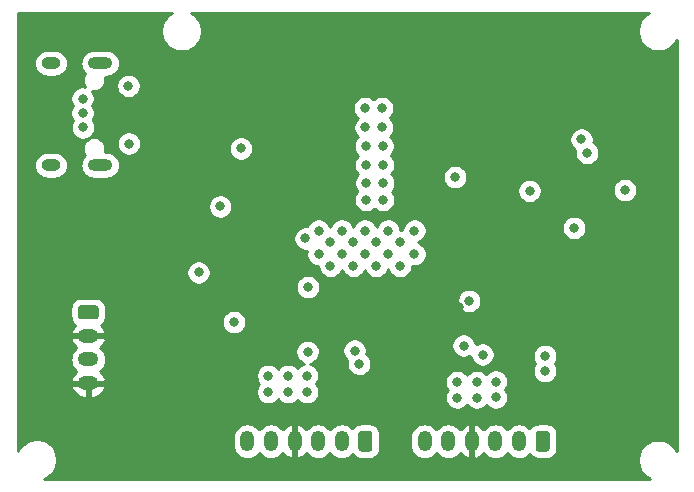
<source format=gbr>
%TF.GenerationSoftware,KiCad,Pcbnew,(5.1.10)-1*%
%TF.CreationDate,2021-10-28T16:28:33-07:00*%
%TF.ProjectId,AtlasPD,41746c61-7350-4442-9e6b-696361645f70,1.0*%
%TF.SameCoordinates,Original*%
%TF.FileFunction,Copper,L2,Inr*%
%TF.FilePolarity,Positive*%
%FSLAX46Y46*%
G04 Gerber Fmt 4.6, Leading zero omitted, Abs format (unit mm)*
G04 Created by KiCad (PCBNEW (5.1.10)-1) date 2021-10-28 16:28:33*
%MOMM*%
%LPD*%
G01*
G04 APERTURE LIST*
%TA.AperFunction,ComponentPad*%
%ADD10O,1.750000X1.200000*%
%TD*%
%TA.AperFunction,ComponentPad*%
%ADD11O,1.200000X1.750000*%
%TD*%
%TA.AperFunction,ComponentPad*%
%ADD12O,2.100000X1.000000*%
%TD*%
%TA.AperFunction,ComponentPad*%
%ADD13O,1.600000X1.000000*%
%TD*%
%TA.AperFunction,ViaPad*%
%ADD14C,0.800000*%
%TD*%
%TA.AperFunction,Conductor*%
%ADD15C,0.254000*%
%TD*%
%TA.AperFunction,Conductor*%
%ADD16C,0.100000*%
%TD*%
G04 APERTURE END LIST*
D10*
%TO.N,GND*%
%TO.C,J202*%
X208407000Y-59467000D03*
%TO.N,+BATT*%
X208407000Y-57467000D03*
%TO.N,GND*%
X208407000Y-55467000D03*
%TO.N,+5V*%
%TA.AperFunction,ComponentPad*%
G36*
G01*
X207781999Y-52867000D02*
X209032001Y-52867000D01*
G75*
G02*
X209282000Y-53116999I0J-249999D01*
G01*
X209282000Y-53817001D01*
G75*
G02*
X209032001Y-54067000I-249999J0D01*
G01*
X207781999Y-54067000D01*
G75*
G02*
X207532000Y-53817001I0J249999D01*
G01*
X207532000Y-53116999D01*
G75*
G02*
X207781999Y-52867000I249999J0D01*
G01*
G37*
%TD.AperFunction*%
%TD*%
D11*
%TO.N,/Motor Driver/S4*%
%TO.C,J302*%
X221870000Y-64389000D03*
%TO.N,/Motor Driver/S3*%
X223870000Y-64389000D03*
%TO.N,GND*%
X225870000Y-64389000D03*
%TO.N,+5V*%
X227870000Y-64389000D03*
%TO.N,/Motor Driver/+M2*%
X229870000Y-64389000D03*
%TO.N,/Motor Driver/-M2*%
%TA.AperFunction,ComponentPad*%
G36*
G01*
X232470000Y-63763999D02*
X232470000Y-65014001D01*
G75*
G02*
X232220001Y-65264000I-249999J0D01*
G01*
X231519999Y-65264000D01*
G75*
G02*
X231270000Y-65014001I0J249999D01*
G01*
X231270000Y-63763999D01*
G75*
G02*
X231519999Y-63514000I249999J0D01*
G01*
X232220001Y-63514000D01*
G75*
G02*
X232470000Y-63763999I0J-249999D01*
G01*
G37*
%TD.AperFunction*%
%TD*%
%TO.N,/Motor Driver/S2*%
%TO.C,J301*%
X236887000Y-64389000D03*
%TO.N,/Motor Driver/S1*%
X238887000Y-64389000D03*
%TO.N,GND*%
X240887000Y-64389000D03*
%TO.N,+5V*%
X242887000Y-64389000D03*
%TO.N,/Motor Driver/+M1*%
X244887000Y-64389000D03*
%TO.N,/Motor Driver/-M1*%
%TA.AperFunction,ComponentPad*%
G36*
G01*
X247487000Y-63763999D02*
X247487000Y-65014001D01*
G75*
G02*
X247237001Y-65264000I-249999J0D01*
G01*
X246536999Y-65264000D01*
G75*
G02*
X246287000Y-65014001I0J249999D01*
G01*
X246287000Y-63763999D01*
G75*
G02*
X246536999Y-63514000I249999J0D01*
G01*
X247237001Y-63514000D01*
G75*
G02*
X247487000Y-63763999I0J-249999D01*
G01*
G37*
%TD.AperFunction*%
%TD*%
D12*
%TO.N,Net-(J201-PadS1)*%
%TO.C,J201*%
X209428800Y-41023000D03*
X209428800Y-32383000D03*
D13*
X205248800Y-32383000D03*
X205248800Y-41023000D03*
%TD*%
D14*
%TO.N,GND*%
X248856500Y-30632400D03*
X248869200Y-35534600D03*
X218160600Y-36703000D03*
X219049600Y-37592000D03*
X217271600Y-37592000D03*
X219049600Y-35814000D03*
X217271600Y-35814000D03*
X213080600Y-31064200D03*
X223621600Y-34366200D03*
X223647000Y-35382200D03*
X223647000Y-36372800D03*
X226796600Y-45745400D03*
X211582000Y-41656000D03*
X231089200Y-59156600D03*
X232613200Y-59156600D03*
X234137200Y-59156600D03*
X247091200Y-59982100D03*
X248615200Y-59982100D03*
X249897900Y-60007500D03*
X205181200Y-35331400D03*
X205181200Y-36601400D03*
X205206600Y-37846000D03*
X255066800Y-39903400D03*
X245287800Y-46355000D03*
X248361200Y-43307000D03*
X253263400Y-59309000D03*
X212191600Y-44196000D03*
X203073000Y-44196000D03*
X204647800Y-44196000D03*
X206324200Y-44196000D03*
X239763300Y-53047900D03*
X237121700Y-59156600D03*
X235597700Y-59156600D03*
X249034300Y-58496200D03*
X249034300Y-56781700D03*
%TO.N,+5V*%
X207924400Y-35382200D03*
X207949800Y-37820600D03*
X207924400Y-36601400D03*
X211799347Y-34304147D03*
X221335600Y-39591198D03*
X231927400Y-40995600D03*
X231952800Y-42519600D03*
X231851200Y-36195000D03*
X231876600Y-37820600D03*
X231902000Y-39395400D03*
X211836000Y-39192200D03*
X231927400Y-43942000D03*
X233324400Y-39395400D03*
X233375200Y-42519600D03*
X233299000Y-37820600D03*
X233273600Y-36195000D03*
X233349800Y-40995600D03*
X233349800Y-43942000D03*
%TO.N,VCC*%
X229870000Y-46558200D03*
X231825800Y-46558200D03*
X233807000Y-46558200D03*
X234797600Y-47548800D03*
X232791000Y-47548800D03*
X230860600Y-47548800D03*
X228904800Y-47548800D03*
X227914200Y-48539400D03*
X229870000Y-48539400D03*
X231825800Y-48539400D03*
X233807000Y-48539400D03*
X234797600Y-49530000D03*
X232791000Y-49530000D03*
X230860600Y-49530000D03*
X228904800Y-49530000D03*
X227914200Y-46558200D03*
X236016800Y-48539400D03*
X236016800Y-46558200D03*
X240665000Y-52501800D03*
X220726000Y-54305769D03*
X253847600Y-43129200D03*
X250647200Y-39979600D03*
X226974400Y-56819800D03*
X241795300Y-57048409D03*
%TO.N,/Motor Driver/OUT4*%
X217754200Y-50088800D03*
X231343200Y-57835800D03*
%TO.N,/Motor Driver/OUT3*%
X219583000Y-44500800D03*
X230962200Y-56718200D03*
%TO.N,/Motor Driver/OUT2*%
X226796600Y-47218600D03*
X247077231Y-58441594D03*
%TO.N,/Motor Driver/OUT1*%
X226999800Y-51333400D03*
X247091210Y-57162700D03*
%TO.N,/Motor Driver/EN*%
X239471196Y-42037000D03*
X240182400Y-56286398D03*
X249542300Y-46316900D03*
%TO.N,+BATT*%
X226923600Y-58826400D03*
X225323400Y-58851800D03*
X223647000Y-58851800D03*
X241312700Y-59372500D03*
X239636300Y-59372500D03*
X242912900Y-59347100D03*
X225323400Y-60223400D03*
X223647000Y-60223400D03*
X226923600Y-60223400D03*
X241312700Y-60693300D03*
X239636300Y-60693300D03*
X242912900Y-60667900D03*
%TO.N,/Sheet60A2E58A/RESET*%
X245770400Y-43180000D03*
X250164600Y-38836600D03*
%TD*%
D15*
%TO.N,GND*%
X215484569Y-28104263D02*
X215200402Y-28294137D01*
X214958737Y-28535802D01*
X214768863Y-28819969D01*
X214638075Y-29135719D01*
X214571400Y-29470917D01*
X214571400Y-29812683D01*
X214638075Y-30147881D01*
X214768863Y-30463631D01*
X214958737Y-30747798D01*
X215200402Y-30989463D01*
X215484569Y-31179337D01*
X215800319Y-31310125D01*
X216135517Y-31376800D01*
X216477283Y-31376800D01*
X216812481Y-31310125D01*
X217128231Y-31179337D01*
X217412398Y-30989463D01*
X217654063Y-30747798D01*
X217843937Y-30463631D01*
X217974725Y-30147881D01*
X218041400Y-29812683D01*
X218041400Y-29470917D01*
X217974725Y-29135719D01*
X217843937Y-28819969D01*
X217654063Y-28535802D01*
X217412398Y-28294137D01*
X217128231Y-28104263D01*
X217097660Y-28091600D01*
X255875740Y-28091600D01*
X255845169Y-28104263D01*
X255561002Y-28294137D01*
X255319337Y-28535802D01*
X255129463Y-28819969D01*
X254998675Y-29135719D01*
X254932000Y-29470917D01*
X254932000Y-29812683D01*
X254998675Y-30147881D01*
X255129463Y-30463631D01*
X255319337Y-30747798D01*
X255561002Y-30989463D01*
X255845169Y-31179337D01*
X256160919Y-31310125D01*
X256496117Y-31376800D01*
X256837883Y-31376800D01*
X257173081Y-31310125D01*
X257488831Y-31179337D01*
X257772998Y-30989463D01*
X258014663Y-30747798D01*
X258204537Y-30463631D01*
X258217200Y-30433060D01*
X258217201Y-65197942D01*
X258204537Y-65167369D01*
X258014663Y-64883202D01*
X257772998Y-64641537D01*
X257488831Y-64451663D01*
X257173081Y-64320875D01*
X256837883Y-64254200D01*
X256496117Y-64254200D01*
X256160919Y-64320875D01*
X255845169Y-64451663D01*
X255561002Y-64641537D01*
X255319337Y-64883202D01*
X255129463Y-65167369D01*
X254998675Y-65483119D01*
X254932000Y-65818317D01*
X254932000Y-66160083D01*
X254998675Y-66495281D01*
X255129463Y-66811031D01*
X255319337Y-67095198D01*
X255561002Y-67336863D01*
X255845169Y-67526737D01*
X255937061Y-67564800D01*
X204645497Y-67564800D01*
X204860031Y-67475937D01*
X205144198Y-67286063D01*
X205385863Y-67044398D01*
X205575737Y-66760231D01*
X205706525Y-66444481D01*
X205773200Y-66109283D01*
X205773200Y-65767517D01*
X205706525Y-65432319D01*
X205575737Y-65116569D01*
X205385863Y-64832402D01*
X205144198Y-64590737D01*
X204860031Y-64400863D01*
X204544281Y-64270075D01*
X204209083Y-64203400D01*
X203867317Y-64203400D01*
X203532119Y-64270075D01*
X203216369Y-64400863D01*
X202932202Y-64590737D01*
X202690537Y-64832402D01*
X202500663Y-65116569D01*
X202462600Y-65208461D01*
X202462600Y-64053335D01*
X220635000Y-64053335D01*
X220635000Y-64724664D01*
X220652870Y-64906101D01*
X220723489Y-65138900D01*
X220838167Y-65353448D01*
X220992498Y-65541502D01*
X221180551Y-65695833D01*
X221395099Y-65810511D01*
X221627898Y-65881130D01*
X221870000Y-65904975D01*
X222112101Y-65881130D01*
X222344900Y-65810511D01*
X222559448Y-65695833D01*
X222747502Y-65541502D01*
X222870000Y-65392237D01*
X222992498Y-65541502D01*
X223180551Y-65695833D01*
X223395099Y-65810511D01*
X223627898Y-65881130D01*
X223870000Y-65904975D01*
X224112101Y-65881130D01*
X224344900Y-65810511D01*
X224559448Y-65695833D01*
X224747502Y-65541502D01*
X224870481Y-65391652D01*
X224913693Y-65455725D01*
X225086526Y-65627078D01*
X225289467Y-65761421D01*
X225514718Y-65853591D01*
X225552391Y-65857462D01*
X225743000Y-65732731D01*
X225743000Y-64516000D01*
X225723000Y-64516000D01*
X225723000Y-64262000D01*
X225743000Y-64262000D01*
X225743000Y-63045269D01*
X225997000Y-63045269D01*
X225997000Y-64262000D01*
X226017000Y-64262000D01*
X226017000Y-64516000D01*
X225997000Y-64516000D01*
X225997000Y-65732731D01*
X226187609Y-65857462D01*
X226225282Y-65853591D01*
X226450533Y-65761421D01*
X226653474Y-65627078D01*
X226826307Y-65455725D01*
X226869519Y-65391651D01*
X226992498Y-65541502D01*
X227180551Y-65695833D01*
X227395099Y-65810511D01*
X227627898Y-65881130D01*
X227870000Y-65904975D01*
X228112101Y-65881130D01*
X228344900Y-65810511D01*
X228559448Y-65695833D01*
X228747502Y-65541502D01*
X228870000Y-65392237D01*
X228992498Y-65541502D01*
X229180551Y-65695833D01*
X229395099Y-65810511D01*
X229627898Y-65881130D01*
X229870000Y-65904975D01*
X230112101Y-65881130D01*
X230344900Y-65810511D01*
X230559448Y-65695833D01*
X230747502Y-65541502D01*
X230779191Y-65502889D01*
X230781595Y-65507387D01*
X230892038Y-65641962D01*
X231026613Y-65752405D01*
X231180149Y-65834472D01*
X231346745Y-65885008D01*
X231519999Y-65902072D01*
X232220001Y-65902072D01*
X232393255Y-65885008D01*
X232559851Y-65834472D01*
X232713387Y-65752405D01*
X232847962Y-65641962D01*
X232958405Y-65507387D01*
X233040472Y-65353851D01*
X233091008Y-65187255D01*
X233108072Y-65014001D01*
X233108072Y-64053335D01*
X235652000Y-64053335D01*
X235652000Y-64724664D01*
X235669870Y-64906101D01*
X235740489Y-65138900D01*
X235855167Y-65353448D01*
X236009498Y-65541502D01*
X236197551Y-65695833D01*
X236412099Y-65810511D01*
X236644898Y-65881130D01*
X236887000Y-65904975D01*
X237129101Y-65881130D01*
X237361900Y-65810511D01*
X237576448Y-65695833D01*
X237764502Y-65541502D01*
X237887000Y-65392237D01*
X238009498Y-65541502D01*
X238197551Y-65695833D01*
X238412099Y-65810511D01*
X238644898Y-65881130D01*
X238887000Y-65904975D01*
X239129101Y-65881130D01*
X239361900Y-65810511D01*
X239576448Y-65695833D01*
X239764502Y-65541502D01*
X239887481Y-65391652D01*
X239930693Y-65455725D01*
X240103526Y-65627078D01*
X240306467Y-65761421D01*
X240531718Y-65853591D01*
X240569391Y-65857462D01*
X240760000Y-65732731D01*
X240760000Y-64516000D01*
X240740000Y-64516000D01*
X240740000Y-64262000D01*
X240760000Y-64262000D01*
X240760000Y-63045269D01*
X241014000Y-63045269D01*
X241014000Y-64262000D01*
X241034000Y-64262000D01*
X241034000Y-64516000D01*
X241014000Y-64516000D01*
X241014000Y-65732731D01*
X241204609Y-65857462D01*
X241242282Y-65853591D01*
X241467533Y-65761421D01*
X241670474Y-65627078D01*
X241843307Y-65455725D01*
X241886519Y-65391651D01*
X242009498Y-65541502D01*
X242197551Y-65695833D01*
X242412099Y-65810511D01*
X242644898Y-65881130D01*
X242887000Y-65904975D01*
X243129101Y-65881130D01*
X243361900Y-65810511D01*
X243576448Y-65695833D01*
X243764502Y-65541502D01*
X243887000Y-65392237D01*
X244009498Y-65541502D01*
X244197551Y-65695833D01*
X244412099Y-65810511D01*
X244644898Y-65881130D01*
X244887000Y-65904975D01*
X245129101Y-65881130D01*
X245361900Y-65810511D01*
X245576448Y-65695833D01*
X245764502Y-65541502D01*
X245796191Y-65502889D01*
X245798595Y-65507387D01*
X245909038Y-65641962D01*
X246043613Y-65752405D01*
X246197149Y-65834472D01*
X246363745Y-65885008D01*
X246536999Y-65902072D01*
X247237001Y-65902072D01*
X247410255Y-65885008D01*
X247576851Y-65834472D01*
X247730387Y-65752405D01*
X247864962Y-65641962D01*
X247975405Y-65507387D01*
X248057472Y-65353851D01*
X248108008Y-65187255D01*
X248125072Y-65014001D01*
X248125072Y-63763999D01*
X248108008Y-63590745D01*
X248057472Y-63424149D01*
X247975405Y-63270613D01*
X247864962Y-63136038D01*
X247730387Y-63025595D01*
X247576851Y-62943528D01*
X247410255Y-62892992D01*
X247237001Y-62875928D01*
X246536999Y-62875928D01*
X246363745Y-62892992D01*
X246197149Y-62943528D01*
X246043613Y-63025595D01*
X245909038Y-63136038D01*
X245798595Y-63270613D01*
X245796191Y-63275111D01*
X245764502Y-63236498D01*
X245576449Y-63082167D01*
X245361901Y-62967489D01*
X245129102Y-62896870D01*
X244887000Y-62873025D01*
X244644899Y-62896870D01*
X244412100Y-62967489D01*
X244197552Y-63082167D01*
X244009499Y-63236498D01*
X243887001Y-63385763D01*
X243764502Y-63236498D01*
X243576449Y-63082167D01*
X243361901Y-62967489D01*
X243129102Y-62896870D01*
X242887000Y-62873025D01*
X242644899Y-62896870D01*
X242412100Y-62967489D01*
X242197552Y-63082167D01*
X242009499Y-63236498D01*
X241886520Y-63386349D01*
X241843307Y-63322275D01*
X241670474Y-63150922D01*
X241467533Y-63016579D01*
X241242282Y-62924409D01*
X241204609Y-62920538D01*
X241014000Y-63045269D01*
X240760000Y-63045269D01*
X240569391Y-62920538D01*
X240531718Y-62924409D01*
X240306467Y-63016579D01*
X240103526Y-63150922D01*
X239930693Y-63322275D01*
X239887481Y-63386348D01*
X239764502Y-63236498D01*
X239576449Y-63082167D01*
X239361901Y-62967489D01*
X239129102Y-62896870D01*
X238887000Y-62873025D01*
X238644899Y-62896870D01*
X238412100Y-62967489D01*
X238197552Y-63082167D01*
X238009499Y-63236498D01*
X237887001Y-63385763D01*
X237764502Y-63236498D01*
X237576449Y-63082167D01*
X237361901Y-62967489D01*
X237129102Y-62896870D01*
X236887000Y-62873025D01*
X236644899Y-62896870D01*
X236412100Y-62967489D01*
X236197552Y-63082167D01*
X236009499Y-63236498D01*
X235855168Y-63424551D01*
X235740489Y-63639099D01*
X235669870Y-63871898D01*
X235652000Y-64053335D01*
X233108072Y-64053335D01*
X233108072Y-63763999D01*
X233091008Y-63590745D01*
X233040472Y-63424149D01*
X232958405Y-63270613D01*
X232847962Y-63136038D01*
X232713387Y-63025595D01*
X232559851Y-62943528D01*
X232393255Y-62892992D01*
X232220001Y-62875928D01*
X231519999Y-62875928D01*
X231346745Y-62892992D01*
X231180149Y-62943528D01*
X231026613Y-63025595D01*
X230892038Y-63136038D01*
X230781595Y-63270613D01*
X230779191Y-63275111D01*
X230747502Y-63236498D01*
X230559449Y-63082167D01*
X230344901Y-62967489D01*
X230112102Y-62896870D01*
X229870000Y-62873025D01*
X229627899Y-62896870D01*
X229395100Y-62967489D01*
X229180552Y-63082167D01*
X228992499Y-63236498D01*
X228870001Y-63385763D01*
X228747502Y-63236498D01*
X228559449Y-63082167D01*
X228344901Y-62967489D01*
X228112102Y-62896870D01*
X227870000Y-62873025D01*
X227627899Y-62896870D01*
X227395100Y-62967489D01*
X227180552Y-63082167D01*
X226992499Y-63236498D01*
X226869520Y-63386349D01*
X226826307Y-63322275D01*
X226653474Y-63150922D01*
X226450533Y-63016579D01*
X226225282Y-62924409D01*
X226187609Y-62920538D01*
X225997000Y-63045269D01*
X225743000Y-63045269D01*
X225552391Y-62920538D01*
X225514718Y-62924409D01*
X225289467Y-63016579D01*
X225086526Y-63150922D01*
X224913693Y-63322275D01*
X224870481Y-63386348D01*
X224747502Y-63236498D01*
X224559449Y-63082167D01*
X224344901Y-62967489D01*
X224112102Y-62896870D01*
X223870000Y-62873025D01*
X223627899Y-62896870D01*
X223395100Y-62967489D01*
X223180552Y-63082167D01*
X222992499Y-63236498D01*
X222870001Y-63385763D01*
X222747502Y-63236498D01*
X222559449Y-63082167D01*
X222344901Y-62967489D01*
X222112102Y-62896870D01*
X221870000Y-62873025D01*
X221627899Y-62896870D01*
X221395100Y-62967489D01*
X221180552Y-63082167D01*
X220992499Y-63236498D01*
X220838168Y-63424551D01*
X220723489Y-63639099D01*
X220652870Y-63871898D01*
X220635000Y-64053335D01*
X202462600Y-64053335D01*
X202462600Y-59784609D01*
X206938538Y-59784609D01*
X206942409Y-59822282D01*
X207034579Y-60047533D01*
X207168922Y-60250474D01*
X207340275Y-60423307D01*
X207542054Y-60559390D01*
X207766504Y-60653493D01*
X208005000Y-60702000D01*
X208280000Y-60702000D01*
X208280000Y-59594000D01*
X208534000Y-59594000D01*
X208534000Y-60702000D01*
X208809000Y-60702000D01*
X209047496Y-60653493D01*
X209271946Y-60559390D01*
X209473725Y-60423307D01*
X209645078Y-60250474D01*
X209779421Y-60047533D01*
X209871591Y-59822282D01*
X209875462Y-59784609D01*
X209750731Y-59594000D01*
X208534000Y-59594000D01*
X208280000Y-59594000D01*
X207063269Y-59594000D01*
X206938538Y-59784609D01*
X202462600Y-59784609D01*
X202462600Y-57467000D01*
X206891025Y-57467000D01*
X206914870Y-57709102D01*
X206985489Y-57941901D01*
X207100167Y-58156449D01*
X207254498Y-58344502D01*
X207404348Y-58467481D01*
X207340275Y-58510693D01*
X207168922Y-58683526D01*
X207034579Y-58886467D01*
X206942409Y-59111718D01*
X206938538Y-59149391D01*
X207063269Y-59340000D01*
X208280000Y-59340000D01*
X208280000Y-59320000D01*
X208534000Y-59320000D01*
X208534000Y-59340000D01*
X209750731Y-59340000D01*
X209875462Y-59149391D01*
X209871591Y-59111718D01*
X209779421Y-58886467D01*
X209688991Y-58749861D01*
X222612000Y-58749861D01*
X222612000Y-58953739D01*
X222651774Y-59153698D01*
X222729795Y-59342056D01*
X222843063Y-59511574D01*
X222869089Y-59537600D01*
X222843063Y-59563626D01*
X222729795Y-59733144D01*
X222651774Y-59921502D01*
X222612000Y-60121461D01*
X222612000Y-60325339D01*
X222651774Y-60525298D01*
X222729795Y-60713656D01*
X222843063Y-60883174D01*
X222987226Y-61027337D01*
X223156744Y-61140605D01*
X223345102Y-61218626D01*
X223545061Y-61258400D01*
X223748939Y-61258400D01*
X223948898Y-61218626D01*
X224137256Y-61140605D01*
X224306774Y-61027337D01*
X224450937Y-60883174D01*
X224485200Y-60831896D01*
X224519463Y-60883174D01*
X224663626Y-61027337D01*
X224833144Y-61140605D01*
X225021502Y-61218626D01*
X225221461Y-61258400D01*
X225425339Y-61258400D01*
X225625298Y-61218626D01*
X225813656Y-61140605D01*
X225983174Y-61027337D01*
X226123500Y-60887011D01*
X226263826Y-61027337D01*
X226433344Y-61140605D01*
X226621702Y-61218626D01*
X226821661Y-61258400D01*
X227025539Y-61258400D01*
X227225498Y-61218626D01*
X227413856Y-61140605D01*
X227583374Y-61027337D01*
X227727537Y-60883174D01*
X227840805Y-60713656D01*
X227918826Y-60525298D01*
X227958600Y-60325339D01*
X227958600Y-60121461D01*
X227918826Y-59921502D01*
X227840805Y-59733144D01*
X227727537Y-59563626D01*
X227688811Y-59524900D01*
X227727537Y-59486174D01*
X227840805Y-59316656D01*
X227859898Y-59270561D01*
X238601300Y-59270561D01*
X238601300Y-59474439D01*
X238641074Y-59674398D01*
X238719095Y-59862756D01*
X238832363Y-60032274D01*
X238832989Y-60032900D01*
X238832363Y-60033526D01*
X238719095Y-60203044D01*
X238641074Y-60391402D01*
X238601300Y-60591361D01*
X238601300Y-60795239D01*
X238641074Y-60995198D01*
X238719095Y-61183556D01*
X238832363Y-61353074D01*
X238976526Y-61497237D01*
X239146044Y-61610505D01*
X239334402Y-61688526D01*
X239534361Y-61728300D01*
X239738239Y-61728300D01*
X239938198Y-61688526D01*
X240126556Y-61610505D01*
X240296074Y-61497237D01*
X240440237Y-61353074D01*
X240474500Y-61301796D01*
X240508763Y-61353074D01*
X240652926Y-61497237D01*
X240822444Y-61610505D01*
X241010802Y-61688526D01*
X241210761Y-61728300D01*
X241414639Y-61728300D01*
X241614598Y-61688526D01*
X241802956Y-61610505D01*
X241972474Y-61497237D01*
X242116637Y-61353074D01*
X242123737Y-61342448D01*
X242253126Y-61471837D01*
X242422644Y-61585105D01*
X242611002Y-61663126D01*
X242810961Y-61702900D01*
X243014839Y-61702900D01*
X243214798Y-61663126D01*
X243403156Y-61585105D01*
X243572674Y-61471837D01*
X243716837Y-61327674D01*
X243830105Y-61158156D01*
X243908126Y-60969798D01*
X243947900Y-60769839D01*
X243947900Y-60565961D01*
X243908126Y-60366002D01*
X243830105Y-60177644D01*
X243716837Y-60008126D01*
X243716211Y-60007500D01*
X243716837Y-60006874D01*
X243830105Y-59837356D01*
X243908126Y-59648998D01*
X243947900Y-59449039D01*
X243947900Y-59245161D01*
X243908126Y-59045202D01*
X243830105Y-58856844D01*
X243716837Y-58687326D01*
X243572674Y-58543163D01*
X243403156Y-58429895D01*
X243214798Y-58351874D01*
X243153369Y-58339655D01*
X246042231Y-58339655D01*
X246042231Y-58543533D01*
X246082005Y-58743492D01*
X246160026Y-58931850D01*
X246273294Y-59101368D01*
X246417457Y-59245531D01*
X246586975Y-59358799D01*
X246775333Y-59436820D01*
X246975292Y-59476594D01*
X247179170Y-59476594D01*
X247379129Y-59436820D01*
X247567487Y-59358799D01*
X247737005Y-59245531D01*
X247881168Y-59101368D01*
X247994436Y-58931850D01*
X248072457Y-58743492D01*
X248112231Y-58543533D01*
X248112231Y-58339655D01*
X248072457Y-58139696D01*
X247994436Y-57951338D01*
X247901740Y-57812608D01*
X248008415Y-57652956D01*
X248086436Y-57464598D01*
X248126210Y-57264639D01*
X248126210Y-57060761D01*
X248086436Y-56860802D01*
X248008415Y-56672444D01*
X247895147Y-56502926D01*
X247750984Y-56358763D01*
X247581466Y-56245495D01*
X247393108Y-56167474D01*
X247193149Y-56127700D01*
X246989271Y-56127700D01*
X246789312Y-56167474D01*
X246600954Y-56245495D01*
X246431436Y-56358763D01*
X246287273Y-56502926D01*
X246174005Y-56672444D01*
X246095984Y-56860802D01*
X246056210Y-57060761D01*
X246056210Y-57264639D01*
X246095984Y-57464598D01*
X246174005Y-57652956D01*
X246266701Y-57791686D01*
X246160026Y-57951338D01*
X246082005Y-58139696D01*
X246042231Y-58339655D01*
X243153369Y-58339655D01*
X243014839Y-58312100D01*
X242810961Y-58312100D01*
X242611002Y-58351874D01*
X242422644Y-58429895D01*
X242253126Y-58543163D01*
X242108963Y-58687326D01*
X242101863Y-58697952D01*
X241972474Y-58568563D01*
X241802956Y-58455295D01*
X241614598Y-58377274D01*
X241414639Y-58337500D01*
X241210761Y-58337500D01*
X241010802Y-58377274D01*
X240822444Y-58455295D01*
X240652926Y-58568563D01*
X240508763Y-58712726D01*
X240474500Y-58764004D01*
X240440237Y-58712726D01*
X240296074Y-58568563D01*
X240126556Y-58455295D01*
X239938198Y-58377274D01*
X239738239Y-58337500D01*
X239534361Y-58337500D01*
X239334402Y-58377274D01*
X239146044Y-58455295D01*
X238976526Y-58568563D01*
X238832363Y-58712726D01*
X238719095Y-58882244D01*
X238641074Y-59070602D01*
X238601300Y-59270561D01*
X227859898Y-59270561D01*
X227918826Y-59128298D01*
X227958600Y-58928339D01*
X227958600Y-58724461D01*
X227918826Y-58524502D01*
X227840805Y-58336144D01*
X227727537Y-58166626D01*
X227583374Y-58022463D01*
X227413856Y-57909195D01*
X227225498Y-57831174D01*
X227210307Y-57828152D01*
X227276298Y-57815026D01*
X227464656Y-57737005D01*
X227634174Y-57623737D01*
X227778337Y-57479574D01*
X227891605Y-57310056D01*
X227969626Y-57121698D01*
X228009400Y-56921739D01*
X228009400Y-56717861D01*
X227989191Y-56616261D01*
X229927200Y-56616261D01*
X229927200Y-56820139D01*
X229966974Y-57020098D01*
X230044995Y-57208456D01*
X230158263Y-57377974D01*
X230302426Y-57522137D01*
X230344696Y-57550381D01*
X230308200Y-57733861D01*
X230308200Y-57937739D01*
X230347974Y-58137698D01*
X230425995Y-58326056D01*
X230539263Y-58495574D01*
X230683426Y-58639737D01*
X230852944Y-58753005D01*
X231041302Y-58831026D01*
X231241261Y-58870800D01*
X231445139Y-58870800D01*
X231645098Y-58831026D01*
X231833456Y-58753005D01*
X232002974Y-58639737D01*
X232147137Y-58495574D01*
X232260405Y-58326056D01*
X232338426Y-58137698D01*
X232378200Y-57937739D01*
X232378200Y-57733861D01*
X232338426Y-57533902D01*
X232260405Y-57345544D01*
X232147137Y-57176026D01*
X232002974Y-57031863D01*
X231960704Y-57003619D01*
X231997200Y-56820139D01*
X231997200Y-56616261D01*
X231957426Y-56416302D01*
X231879405Y-56227944D01*
X231850350Y-56184459D01*
X239147400Y-56184459D01*
X239147400Y-56388337D01*
X239187174Y-56588296D01*
X239265195Y-56776654D01*
X239378463Y-56946172D01*
X239522626Y-57090335D01*
X239692144Y-57203603D01*
X239880502Y-57281624D01*
X240080461Y-57321398D01*
X240284339Y-57321398D01*
X240484298Y-57281624D01*
X240672656Y-57203603D01*
X240760300Y-57145041D01*
X240760300Y-57150348D01*
X240800074Y-57350307D01*
X240878095Y-57538665D01*
X240991363Y-57708183D01*
X241135526Y-57852346D01*
X241305044Y-57965614D01*
X241493402Y-58043635D01*
X241693361Y-58083409D01*
X241897239Y-58083409D01*
X242097198Y-58043635D01*
X242285556Y-57965614D01*
X242455074Y-57852346D01*
X242599237Y-57708183D01*
X242712505Y-57538665D01*
X242790526Y-57350307D01*
X242830300Y-57150348D01*
X242830300Y-56946470D01*
X242790526Y-56746511D01*
X242712505Y-56558153D01*
X242599237Y-56388635D01*
X242455074Y-56244472D01*
X242285556Y-56131204D01*
X242097198Y-56053183D01*
X241897239Y-56013409D01*
X241693361Y-56013409D01*
X241493402Y-56053183D01*
X241305044Y-56131204D01*
X241217400Y-56189766D01*
X241217400Y-56184459D01*
X241177626Y-55984500D01*
X241099605Y-55796142D01*
X240986337Y-55626624D01*
X240842174Y-55482461D01*
X240672656Y-55369193D01*
X240484298Y-55291172D01*
X240284339Y-55251398D01*
X240080461Y-55251398D01*
X239880502Y-55291172D01*
X239692144Y-55369193D01*
X239522626Y-55482461D01*
X239378463Y-55626624D01*
X239265195Y-55796142D01*
X239187174Y-55984500D01*
X239147400Y-56184459D01*
X231850350Y-56184459D01*
X231766137Y-56058426D01*
X231621974Y-55914263D01*
X231452456Y-55800995D01*
X231264098Y-55722974D01*
X231064139Y-55683200D01*
X230860261Y-55683200D01*
X230660302Y-55722974D01*
X230471944Y-55800995D01*
X230302426Y-55914263D01*
X230158263Y-56058426D01*
X230044995Y-56227944D01*
X229966974Y-56416302D01*
X229927200Y-56616261D01*
X227989191Y-56616261D01*
X227969626Y-56517902D01*
X227891605Y-56329544D01*
X227778337Y-56160026D01*
X227634174Y-56015863D01*
X227464656Y-55902595D01*
X227276298Y-55824574D01*
X227076339Y-55784800D01*
X226872461Y-55784800D01*
X226672502Y-55824574D01*
X226484144Y-55902595D01*
X226314626Y-56015863D01*
X226170463Y-56160026D01*
X226057195Y-56329544D01*
X225979174Y-56517902D01*
X225939400Y-56717861D01*
X225939400Y-56921739D01*
X225979174Y-57121698D01*
X226057195Y-57310056D01*
X226170463Y-57479574D01*
X226314626Y-57623737D01*
X226484144Y-57737005D01*
X226672502Y-57815026D01*
X226687693Y-57818048D01*
X226621702Y-57831174D01*
X226433344Y-57909195D01*
X226263826Y-58022463D01*
X226119663Y-58166626D01*
X226112563Y-58177252D01*
X225983174Y-58047863D01*
X225813656Y-57934595D01*
X225625298Y-57856574D01*
X225425339Y-57816800D01*
X225221461Y-57816800D01*
X225021502Y-57856574D01*
X224833144Y-57934595D01*
X224663626Y-58047863D01*
X224519463Y-58192026D01*
X224485200Y-58243304D01*
X224450937Y-58192026D01*
X224306774Y-58047863D01*
X224137256Y-57934595D01*
X223948898Y-57856574D01*
X223748939Y-57816800D01*
X223545061Y-57816800D01*
X223345102Y-57856574D01*
X223156744Y-57934595D01*
X222987226Y-58047863D01*
X222843063Y-58192026D01*
X222729795Y-58361544D01*
X222651774Y-58549902D01*
X222612000Y-58749861D01*
X209688991Y-58749861D01*
X209645078Y-58683526D01*
X209473725Y-58510693D01*
X209409652Y-58467481D01*
X209559502Y-58344502D01*
X209713833Y-58156449D01*
X209828511Y-57941901D01*
X209899130Y-57709102D01*
X209922975Y-57467000D01*
X209899130Y-57224898D01*
X209828511Y-56992099D01*
X209713833Y-56777551D01*
X209559502Y-56589498D01*
X209409652Y-56466519D01*
X209473725Y-56423307D01*
X209645078Y-56250474D01*
X209779421Y-56047533D01*
X209871591Y-55822282D01*
X209875462Y-55784609D01*
X209750731Y-55594000D01*
X208534000Y-55594000D01*
X208534000Y-55614000D01*
X208280000Y-55614000D01*
X208280000Y-55594000D01*
X207063269Y-55594000D01*
X206938538Y-55784609D01*
X206942409Y-55822282D01*
X207034579Y-56047533D01*
X207168922Y-56250474D01*
X207340275Y-56423307D01*
X207404348Y-56466519D01*
X207254498Y-56589498D01*
X207100167Y-56777551D01*
X206985489Y-56992099D01*
X206914870Y-57224898D01*
X206891025Y-57467000D01*
X202462600Y-57467000D01*
X202462600Y-53116999D01*
X206893928Y-53116999D01*
X206893928Y-53817001D01*
X206910992Y-53990255D01*
X206961528Y-54156851D01*
X207043595Y-54310387D01*
X207154038Y-54444962D01*
X207288613Y-54555405D01*
X207293406Y-54557967D01*
X207168922Y-54683526D01*
X207034579Y-54886467D01*
X206942409Y-55111718D01*
X206938538Y-55149391D01*
X207063269Y-55340000D01*
X208280000Y-55340000D01*
X208280000Y-55320000D01*
X208534000Y-55320000D01*
X208534000Y-55340000D01*
X209750731Y-55340000D01*
X209875462Y-55149391D01*
X209871591Y-55111718D01*
X209779421Y-54886467D01*
X209645078Y-54683526D01*
X209520594Y-54557967D01*
X209525387Y-54555405D01*
X209659962Y-54444962D01*
X209770405Y-54310387D01*
X209827361Y-54203830D01*
X219691000Y-54203830D01*
X219691000Y-54407708D01*
X219730774Y-54607667D01*
X219808795Y-54796025D01*
X219922063Y-54965543D01*
X220066226Y-55109706D01*
X220235744Y-55222974D01*
X220424102Y-55300995D01*
X220624061Y-55340769D01*
X220827939Y-55340769D01*
X221027898Y-55300995D01*
X221216256Y-55222974D01*
X221385774Y-55109706D01*
X221529937Y-54965543D01*
X221643205Y-54796025D01*
X221721226Y-54607667D01*
X221761000Y-54407708D01*
X221761000Y-54203830D01*
X221721226Y-54003871D01*
X221643205Y-53815513D01*
X221529937Y-53645995D01*
X221385774Y-53501832D01*
X221216256Y-53388564D01*
X221027898Y-53310543D01*
X220827939Y-53270769D01*
X220624061Y-53270769D01*
X220424102Y-53310543D01*
X220235744Y-53388564D01*
X220066226Y-53501832D01*
X219922063Y-53645995D01*
X219808795Y-53815513D01*
X219730774Y-54003871D01*
X219691000Y-54203830D01*
X209827361Y-54203830D01*
X209852472Y-54156851D01*
X209903008Y-53990255D01*
X209920072Y-53817001D01*
X209920072Y-53116999D01*
X209903008Y-52943745D01*
X209852472Y-52777149D01*
X209770405Y-52623613D01*
X209659962Y-52489038D01*
X209551300Y-52399861D01*
X239630000Y-52399861D01*
X239630000Y-52603739D01*
X239669774Y-52803698D01*
X239747795Y-52992056D01*
X239861063Y-53161574D01*
X240005226Y-53305737D01*
X240174744Y-53419005D01*
X240363102Y-53497026D01*
X240563061Y-53536800D01*
X240766939Y-53536800D01*
X240966898Y-53497026D01*
X241155256Y-53419005D01*
X241324774Y-53305737D01*
X241468937Y-53161574D01*
X241582205Y-52992056D01*
X241660226Y-52803698D01*
X241700000Y-52603739D01*
X241700000Y-52399861D01*
X241660226Y-52199902D01*
X241582205Y-52011544D01*
X241468937Y-51842026D01*
X241324774Y-51697863D01*
X241155256Y-51584595D01*
X240966898Y-51506574D01*
X240766939Y-51466800D01*
X240563061Y-51466800D01*
X240363102Y-51506574D01*
X240174744Y-51584595D01*
X240005226Y-51697863D01*
X239861063Y-51842026D01*
X239747795Y-52011544D01*
X239669774Y-52199902D01*
X239630000Y-52399861D01*
X209551300Y-52399861D01*
X209525387Y-52378595D01*
X209371851Y-52296528D01*
X209205255Y-52245992D01*
X209032001Y-52228928D01*
X207781999Y-52228928D01*
X207608745Y-52245992D01*
X207442149Y-52296528D01*
X207288613Y-52378595D01*
X207154038Y-52489038D01*
X207043595Y-52623613D01*
X206961528Y-52777149D01*
X206910992Y-52943745D01*
X206893928Y-53116999D01*
X202462600Y-53116999D01*
X202462600Y-51231461D01*
X225964800Y-51231461D01*
X225964800Y-51435339D01*
X226004574Y-51635298D01*
X226082595Y-51823656D01*
X226195863Y-51993174D01*
X226340026Y-52137337D01*
X226509544Y-52250605D01*
X226697902Y-52328626D01*
X226897861Y-52368400D01*
X227101739Y-52368400D01*
X227301698Y-52328626D01*
X227490056Y-52250605D01*
X227659574Y-52137337D01*
X227803737Y-51993174D01*
X227917005Y-51823656D01*
X227995026Y-51635298D01*
X228034800Y-51435339D01*
X228034800Y-51231461D01*
X227995026Y-51031502D01*
X227917005Y-50843144D01*
X227803737Y-50673626D01*
X227659574Y-50529463D01*
X227490056Y-50416195D01*
X227301698Y-50338174D01*
X227101739Y-50298400D01*
X226897861Y-50298400D01*
X226697902Y-50338174D01*
X226509544Y-50416195D01*
X226340026Y-50529463D01*
X226195863Y-50673626D01*
X226082595Y-50843144D01*
X226004574Y-51031502D01*
X225964800Y-51231461D01*
X202462600Y-51231461D01*
X202462600Y-49986861D01*
X216719200Y-49986861D01*
X216719200Y-50190739D01*
X216758974Y-50390698D01*
X216836995Y-50579056D01*
X216950263Y-50748574D01*
X217094426Y-50892737D01*
X217263944Y-51006005D01*
X217452302Y-51084026D01*
X217652261Y-51123800D01*
X217856139Y-51123800D01*
X218056098Y-51084026D01*
X218244456Y-51006005D01*
X218413974Y-50892737D01*
X218558137Y-50748574D01*
X218671405Y-50579056D01*
X218749426Y-50390698D01*
X218789200Y-50190739D01*
X218789200Y-49986861D01*
X218749426Y-49786902D01*
X218671405Y-49598544D01*
X218558137Y-49429026D01*
X218413974Y-49284863D01*
X218244456Y-49171595D01*
X218056098Y-49093574D01*
X217856139Y-49053800D01*
X217652261Y-49053800D01*
X217452302Y-49093574D01*
X217263944Y-49171595D01*
X217094426Y-49284863D01*
X216950263Y-49429026D01*
X216836995Y-49598544D01*
X216758974Y-49786902D01*
X216719200Y-49986861D01*
X202462600Y-49986861D01*
X202462600Y-47116661D01*
X225761600Y-47116661D01*
X225761600Y-47320539D01*
X225801374Y-47520498D01*
X225879395Y-47708856D01*
X225992663Y-47878374D01*
X226136826Y-48022537D01*
X226306344Y-48135805D01*
X226494702Y-48213826D01*
X226694661Y-48253600D01*
X226898539Y-48253600D01*
X226916482Y-48250031D01*
X226879200Y-48437461D01*
X226879200Y-48641339D01*
X226918974Y-48841298D01*
X226996995Y-49029656D01*
X227110263Y-49199174D01*
X227254426Y-49343337D01*
X227423944Y-49456605D01*
X227612302Y-49534626D01*
X227812261Y-49574400D01*
X227869800Y-49574400D01*
X227869800Y-49631939D01*
X227909574Y-49831898D01*
X227987595Y-50020256D01*
X228100863Y-50189774D01*
X228245026Y-50333937D01*
X228414544Y-50447205D01*
X228602902Y-50525226D01*
X228802861Y-50565000D01*
X229006739Y-50565000D01*
X229206698Y-50525226D01*
X229395056Y-50447205D01*
X229564574Y-50333937D01*
X229708737Y-50189774D01*
X229822005Y-50020256D01*
X229882700Y-49873726D01*
X229943395Y-50020256D01*
X230056663Y-50189774D01*
X230200826Y-50333937D01*
X230370344Y-50447205D01*
X230558702Y-50525226D01*
X230758661Y-50565000D01*
X230962539Y-50565000D01*
X231162498Y-50525226D01*
X231350856Y-50447205D01*
X231520374Y-50333937D01*
X231664537Y-50189774D01*
X231777805Y-50020256D01*
X231825800Y-49904387D01*
X231873795Y-50020256D01*
X231987063Y-50189774D01*
X232131226Y-50333937D01*
X232300744Y-50447205D01*
X232489102Y-50525226D01*
X232689061Y-50565000D01*
X232892939Y-50565000D01*
X233092898Y-50525226D01*
X233281256Y-50447205D01*
X233450774Y-50333937D01*
X233594937Y-50189774D01*
X233708205Y-50020256D01*
X233786226Y-49831898D01*
X233794300Y-49791307D01*
X233802374Y-49831898D01*
X233880395Y-50020256D01*
X233993663Y-50189774D01*
X234137826Y-50333937D01*
X234307344Y-50447205D01*
X234495702Y-50525226D01*
X234695661Y-50565000D01*
X234899539Y-50565000D01*
X235099498Y-50525226D01*
X235287856Y-50447205D01*
X235457374Y-50333937D01*
X235601537Y-50189774D01*
X235714805Y-50020256D01*
X235792826Y-49831898D01*
X235832600Y-49631939D01*
X235832600Y-49558037D01*
X235914861Y-49574400D01*
X236118739Y-49574400D01*
X236318698Y-49534626D01*
X236507056Y-49456605D01*
X236676574Y-49343337D01*
X236820737Y-49199174D01*
X236934005Y-49029656D01*
X237012026Y-48841298D01*
X237051800Y-48641339D01*
X237051800Y-48437461D01*
X237012026Y-48237502D01*
X236934005Y-48049144D01*
X236820737Y-47879626D01*
X236676574Y-47735463D01*
X236507056Y-47622195D01*
X236329866Y-47548800D01*
X236507056Y-47475405D01*
X236676574Y-47362137D01*
X236820737Y-47217974D01*
X236934005Y-47048456D01*
X237012026Y-46860098D01*
X237051800Y-46660139D01*
X237051800Y-46456261D01*
X237012026Y-46256302D01*
X236994902Y-46214961D01*
X248507300Y-46214961D01*
X248507300Y-46418839D01*
X248547074Y-46618798D01*
X248625095Y-46807156D01*
X248738363Y-46976674D01*
X248882526Y-47120837D01*
X249052044Y-47234105D01*
X249240402Y-47312126D01*
X249440361Y-47351900D01*
X249644239Y-47351900D01*
X249844198Y-47312126D01*
X250032556Y-47234105D01*
X250202074Y-47120837D01*
X250346237Y-46976674D01*
X250459505Y-46807156D01*
X250537526Y-46618798D01*
X250577300Y-46418839D01*
X250577300Y-46214961D01*
X250537526Y-46015002D01*
X250459505Y-45826644D01*
X250346237Y-45657126D01*
X250202074Y-45512963D01*
X250032556Y-45399695D01*
X249844198Y-45321674D01*
X249644239Y-45281900D01*
X249440361Y-45281900D01*
X249240402Y-45321674D01*
X249052044Y-45399695D01*
X248882526Y-45512963D01*
X248738363Y-45657126D01*
X248625095Y-45826644D01*
X248547074Y-46015002D01*
X248507300Y-46214961D01*
X236994902Y-46214961D01*
X236934005Y-46067944D01*
X236820737Y-45898426D01*
X236676574Y-45754263D01*
X236507056Y-45640995D01*
X236318698Y-45562974D01*
X236118739Y-45523200D01*
X235914861Y-45523200D01*
X235714902Y-45562974D01*
X235526544Y-45640995D01*
X235357026Y-45754263D01*
X235212863Y-45898426D01*
X235099595Y-46067944D01*
X235021574Y-46256302D01*
X234981800Y-46456261D01*
X234981800Y-46530163D01*
X234899539Y-46513800D01*
X234842000Y-46513800D01*
X234842000Y-46456261D01*
X234802226Y-46256302D01*
X234724205Y-46067944D01*
X234610937Y-45898426D01*
X234466774Y-45754263D01*
X234297256Y-45640995D01*
X234108898Y-45562974D01*
X233908939Y-45523200D01*
X233705061Y-45523200D01*
X233505102Y-45562974D01*
X233316744Y-45640995D01*
X233147226Y-45754263D01*
X233003063Y-45898426D01*
X232889795Y-46067944D01*
X232816400Y-46245134D01*
X232743005Y-46067944D01*
X232629737Y-45898426D01*
X232485574Y-45754263D01*
X232316056Y-45640995D01*
X232127698Y-45562974D01*
X231927739Y-45523200D01*
X231723861Y-45523200D01*
X231523902Y-45562974D01*
X231335544Y-45640995D01*
X231166026Y-45754263D01*
X231021863Y-45898426D01*
X230908595Y-46067944D01*
X230847900Y-46214474D01*
X230787205Y-46067944D01*
X230673937Y-45898426D01*
X230529774Y-45754263D01*
X230360256Y-45640995D01*
X230171898Y-45562974D01*
X229971939Y-45523200D01*
X229768061Y-45523200D01*
X229568102Y-45562974D01*
X229379744Y-45640995D01*
X229210226Y-45754263D01*
X229066063Y-45898426D01*
X228952795Y-46067944D01*
X228892100Y-46214474D01*
X228831405Y-46067944D01*
X228718137Y-45898426D01*
X228573974Y-45754263D01*
X228404456Y-45640995D01*
X228216098Y-45562974D01*
X228016139Y-45523200D01*
X227812261Y-45523200D01*
X227612302Y-45562974D01*
X227423944Y-45640995D01*
X227254426Y-45754263D01*
X227110263Y-45898426D01*
X226996995Y-46067944D01*
X226945241Y-46192889D01*
X226898539Y-46183600D01*
X226694661Y-46183600D01*
X226494702Y-46223374D01*
X226306344Y-46301395D01*
X226136826Y-46414663D01*
X225992663Y-46558826D01*
X225879395Y-46728344D01*
X225801374Y-46916702D01*
X225761600Y-47116661D01*
X202462600Y-47116661D01*
X202462600Y-44398861D01*
X218548000Y-44398861D01*
X218548000Y-44602739D01*
X218587774Y-44802698D01*
X218665795Y-44991056D01*
X218779063Y-45160574D01*
X218923226Y-45304737D01*
X219092744Y-45418005D01*
X219281102Y-45496026D01*
X219481061Y-45535800D01*
X219684939Y-45535800D01*
X219884898Y-45496026D01*
X220073256Y-45418005D01*
X220242774Y-45304737D01*
X220386937Y-45160574D01*
X220500205Y-44991056D01*
X220578226Y-44802698D01*
X220618000Y-44602739D01*
X220618000Y-44398861D01*
X220578226Y-44198902D01*
X220500205Y-44010544D01*
X220386937Y-43841026D01*
X220242774Y-43696863D01*
X220073256Y-43583595D01*
X219884898Y-43505574D01*
X219684939Y-43465800D01*
X219481061Y-43465800D01*
X219281102Y-43505574D01*
X219092744Y-43583595D01*
X218923226Y-43696863D01*
X218779063Y-43841026D01*
X218665795Y-44010544D01*
X218587774Y-44198902D01*
X218548000Y-44398861D01*
X202462600Y-44398861D01*
X202462600Y-41023000D01*
X203808309Y-41023000D01*
X203830223Y-41245499D01*
X203895124Y-41459447D01*
X204000516Y-41656623D01*
X204142351Y-41829449D01*
X204315177Y-41971284D01*
X204512353Y-42076676D01*
X204726301Y-42141577D01*
X204893048Y-42158000D01*
X205604552Y-42158000D01*
X205771299Y-42141577D01*
X205985247Y-42076676D01*
X206182423Y-41971284D01*
X206355249Y-41829449D01*
X206497084Y-41656623D01*
X206602476Y-41459447D01*
X206667377Y-41245499D01*
X206689291Y-41023000D01*
X207738309Y-41023000D01*
X207760223Y-41245499D01*
X207825124Y-41459447D01*
X207930516Y-41656623D01*
X208072351Y-41829449D01*
X208245177Y-41971284D01*
X208442353Y-42076676D01*
X208656301Y-42141577D01*
X208823048Y-42158000D01*
X210034552Y-42158000D01*
X210201299Y-42141577D01*
X210415247Y-42076676D01*
X210612423Y-41971284D01*
X210785249Y-41829449D01*
X210927084Y-41656623D01*
X211032476Y-41459447D01*
X211097377Y-41245499D01*
X211119291Y-41023000D01*
X211097377Y-40800501D01*
X211032476Y-40586553D01*
X210927084Y-40389377D01*
X210785249Y-40216551D01*
X210612423Y-40074716D01*
X210415247Y-39969324D01*
X210201299Y-39904423D01*
X210034552Y-39888000D01*
X209815704Y-39888000D01*
X209821908Y-39873022D01*
X209858800Y-39687552D01*
X209858800Y-39498448D01*
X209821908Y-39312978D01*
X209749541Y-39138269D01*
X209717463Y-39090261D01*
X210801000Y-39090261D01*
X210801000Y-39294139D01*
X210840774Y-39494098D01*
X210918795Y-39682456D01*
X211032063Y-39851974D01*
X211176226Y-39996137D01*
X211345744Y-40109405D01*
X211534102Y-40187426D01*
X211734061Y-40227200D01*
X211937939Y-40227200D01*
X212137898Y-40187426D01*
X212326256Y-40109405D01*
X212495774Y-39996137D01*
X212639937Y-39851974D01*
X212753205Y-39682456D01*
X212831226Y-39494098D01*
X212832188Y-39489259D01*
X220300600Y-39489259D01*
X220300600Y-39693137D01*
X220340374Y-39893096D01*
X220418395Y-40081454D01*
X220531663Y-40250972D01*
X220675826Y-40395135D01*
X220845344Y-40508403D01*
X221033702Y-40586424D01*
X221233661Y-40626198D01*
X221437539Y-40626198D01*
X221637498Y-40586424D01*
X221825856Y-40508403D01*
X221995374Y-40395135D01*
X222139537Y-40250972D01*
X222252805Y-40081454D01*
X222330826Y-39893096D01*
X222370600Y-39693137D01*
X222370600Y-39489259D01*
X222330826Y-39289300D01*
X222252805Y-39100942D01*
X222139537Y-38931424D01*
X221995374Y-38787261D01*
X221825856Y-38673993D01*
X221637498Y-38595972D01*
X221437539Y-38556198D01*
X221233661Y-38556198D01*
X221033702Y-38595972D01*
X220845344Y-38673993D01*
X220675826Y-38787261D01*
X220531663Y-38931424D01*
X220418395Y-39100942D01*
X220340374Y-39289300D01*
X220300600Y-39489259D01*
X212832188Y-39489259D01*
X212871000Y-39294139D01*
X212871000Y-39090261D01*
X212831226Y-38890302D01*
X212753205Y-38701944D01*
X212639937Y-38532426D01*
X212495774Y-38388263D01*
X212326256Y-38274995D01*
X212137898Y-38196974D01*
X211937939Y-38157200D01*
X211734061Y-38157200D01*
X211534102Y-38196974D01*
X211345744Y-38274995D01*
X211176226Y-38388263D01*
X211032063Y-38532426D01*
X210918795Y-38701944D01*
X210840774Y-38890302D01*
X210801000Y-39090261D01*
X209717463Y-39090261D01*
X209644481Y-38981036D01*
X209510764Y-38847319D01*
X209353531Y-38742259D01*
X209178822Y-38669892D01*
X208993352Y-38633000D01*
X208804248Y-38633000D01*
X208618778Y-38669892D01*
X208444069Y-38742259D01*
X208286836Y-38847319D01*
X208153119Y-38981036D01*
X208048059Y-39138269D01*
X207975692Y-39312978D01*
X207938800Y-39498448D01*
X207938800Y-39687552D01*
X207975692Y-39873022D01*
X208048059Y-40047731D01*
X208129515Y-40169638D01*
X208072351Y-40216551D01*
X207930516Y-40389377D01*
X207825124Y-40586553D01*
X207760223Y-40800501D01*
X207738309Y-41023000D01*
X206689291Y-41023000D01*
X206667377Y-40800501D01*
X206602476Y-40586553D01*
X206497084Y-40389377D01*
X206355249Y-40216551D01*
X206182423Y-40074716D01*
X205985247Y-39969324D01*
X205771299Y-39904423D01*
X205604552Y-39888000D01*
X204893048Y-39888000D01*
X204726301Y-39904423D01*
X204512353Y-39969324D01*
X204315177Y-40074716D01*
X204142351Y-40216551D01*
X204000516Y-40389377D01*
X203895124Y-40586553D01*
X203830223Y-40800501D01*
X203808309Y-41023000D01*
X202462600Y-41023000D01*
X202462600Y-35280261D01*
X206889400Y-35280261D01*
X206889400Y-35484139D01*
X206929174Y-35684098D01*
X207007195Y-35872456D01*
X207086938Y-35991800D01*
X207007195Y-36111144D01*
X206929174Y-36299502D01*
X206889400Y-36499461D01*
X206889400Y-36703339D01*
X206929174Y-36903298D01*
X207007195Y-37091656D01*
X207099638Y-37230007D01*
X207032595Y-37330344D01*
X206954574Y-37518702D01*
X206914800Y-37718661D01*
X206914800Y-37922539D01*
X206954574Y-38122498D01*
X207032595Y-38310856D01*
X207145863Y-38480374D01*
X207290026Y-38624537D01*
X207459544Y-38737805D01*
X207647902Y-38815826D01*
X207847861Y-38855600D01*
X208051739Y-38855600D01*
X208251698Y-38815826D01*
X208440056Y-38737805D01*
X208609574Y-38624537D01*
X208753737Y-38480374D01*
X208867005Y-38310856D01*
X208945026Y-38122498D01*
X208984800Y-37922539D01*
X208984800Y-37718661D01*
X208945026Y-37518702D01*
X208867005Y-37330344D01*
X208774562Y-37191993D01*
X208841605Y-37091656D01*
X208919626Y-36903298D01*
X208959400Y-36703339D01*
X208959400Y-36499461D01*
X208919626Y-36299502D01*
X208841605Y-36111144D01*
X208829523Y-36093061D01*
X230816200Y-36093061D01*
X230816200Y-36296939D01*
X230855974Y-36496898D01*
X230933995Y-36685256D01*
X231047263Y-36854774D01*
X231191426Y-36998937D01*
X231217390Y-37016286D01*
X231216826Y-37016663D01*
X231072663Y-37160826D01*
X230959395Y-37330344D01*
X230881374Y-37518702D01*
X230841600Y-37718661D01*
X230841600Y-37922539D01*
X230881374Y-38122498D01*
X230959395Y-38310856D01*
X231072663Y-38480374D01*
X231212989Y-38620700D01*
X231098063Y-38735626D01*
X230984795Y-38905144D01*
X230906774Y-39093502D01*
X230867000Y-39293461D01*
X230867000Y-39497339D01*
X230906774Y-39697298D01*
X230984795Y-39885656D01*
X231098063Y-40055174D01*
X231242226Y-40199337D01*
X231252852Y-40206437D01*
X231123463Y-40335826D01*
X231010195Y-40505344D01*
X230932174Y-40693702D01*
X230892400Y-40893661D01*
X230892400Y-41097539D01*
X230932174Y-41297498D01*
X231010195Y-41485856D01*
X231123463Y-41655374D01*
X231238389Y-41770300D01*
X231148863Y-41859826D01*
X231035595Y-42029344D01*
X230957574Y-42217702D01*
X230917800Y-42417661D01*
X230917800Y-42621539D01*
X230957574Y-42821498D01*
X231035595Y-43009856D01*
X231148863Y-43179374D01*
X231187589Y-43218100D01*
X231123463Y-43282226D01*
X231010195Y-43451744D01*
X230932174Y-43640102D01*
X230892400Y-43840061D01*
X230892400Y-44043939D01*
X230932174Y-44243898D01*
X231010195Y-44432256D01*
X231123463Y-44601774D01*
X231267626Y-44745937D01*
X231437144Y-44859205D01*
X231625502Y-44937226D01*
X231825461Y-44977000D01*
X232029339Y-44977000D01*
X232229298Y-44937226D01*
X232417656Y-44859205D01*
X232587174Y-44745937D01*
X232638600Y-44694511D01*
X232690026Y-44745937D01*
X232859544Y-44859205D01*
X233047902Y-44937226D01*
X233247861Y-44977000D01*
X233451739Y-44977000D01*
X233651698Y-44937226D01*
X233840056Y-44859205D01*
X234009574Y-44745937D01*
X234153737Y-44601774D01*
X234267005Y-44432256D01*
X234345026Y-44243898D01*
X234384800Y-44043939D01*
X234384800Y-43840061D01*
X234345026Y-43640102D01*
X234267005Y-43451744D01*
X234153737Y-43282226D01*
X234115011Y-43243500D01*
X234179137Y-43179374D01*
X234246831Y-43078061D01*
X244735400Y-43078061D01*
X244735400Y-43281939D01*
X244775174Y-43481898D01*
X244853195Y-43670256D01*
X244966463Y-43839774D01*
X245110626Y-43983937D01*
X245280144Y-44097205D01*
X245468502Y-44175226D01*
X245668461Y-44215000D01*
X245872339Y-44215000D01*
X246072298Y-44175226D01*
X246260656Y-44097205D01*
X246430174Y-43983937D01*
X246574337Y-43839774D01*
X246687605Y-43670256D01*
X246765626Y-43481898D01*
X246805400Y-43281939D01*
X246805400Y-43078061D01*
X246795296Y-43027261D01*
X252812600Y-43027261D01*
X252812600Y-43231139D01*
X252852374Y-43431098D01*
X252930395Y-43619456D01*
X253043663Y-43788974D01*
X253187826Y-43933137D01*
X253357344Y-44046405D01*
X253545702Y-44124426D01*
X253745661Y-44164200D01*
X253949539Y-44164200D01*
X254149498Y-44124426D01*
X254337856Y-44046405D01*
X254507374Y-43933137D01*
X254651537Y-43788974D01*
X254764805Y-43619456D01*
X254842826Y-43431098D01*
X254882600Y-43231139D01*
X254882600Y-43027261D01*
X254842826Y-42827302D01*
X254764805Y-42638944D01*
X254651537Y-42469426D01*
X254507374Y-42325263D01*
X254337856Y-42211995D01*
X254149498Y-42133974D01*
X253949539Y-42094200D01*
X253745661Y-42094200D01*
X253545702Y-42133974D01*
X253357344Y-42211995D01*
X253187826Y-42325263D01*
X253043663Y-42469426D01*
X252930395Y-42638944D01*
X252852374Y-42827302D01*
X252812600Y-43027261D01*
X246795296Y-43027261D01*
X246765626Y-42878102D01*
X246687605Y-42689744D01*
X246574337Y-42520226D01*
X246430174Y-42376063D01*
X246260656Y-42262795D01*
X246072298Y-42184774D01*
X245872339Y-42145000D01*
X245668461Y-42145000D01*
X245468502Y-42184774D01*
X245280144Y-42262795D01*
X245110626Y-42376063D01*
X244966463Y-42520226D01*
X244853195Y-42689744D01*
X244775174Y-42878102D01*
X244735400Y-43078061D01*
X234246831Y-43078061D01*
X234292405Y-43009856D01*
X234370426Y-42821498D01*
X234410200Y-42621539D01*
X234410200Y-42417661D01*
X234370426Y-42217702D01*
X234292405Y-42029344D01*
X234229408Y-41935061D01*
X238436196Y-41935061D01*
X238436196Y-42138939D01*
X238475970Y-42338898D01*
X238553991Y-42527256D01*
X238667259Y-42696774D01*
X238811422Y-42840937D01*
X238980940Y-42954205D01*
X239169298Y-43032226D01*
X239369257Y-43072000D01*
X239573135Y-43072000D01*
X239773094Y-43032226D01*
X239961452Y-42954205D01*
X240130970Y-42840937D01*
X240275133Y-42696774D01*
X240388401Y-42527256D01*
X240466422Y-42338898D01*
X240506196Y-42138939D01*
X240506196Y-41935061D01*
X240466422Y-41735102D01*
X240388401Y-41546744D01*
X240275133Y-41377226D01*
X240130970Y-41233063D01*
X239961452Y-41119795D01*
X239773094Y-41041774D01*
X239573135Y-41002000D01*
X239369257Y-41002000D01*
X239169298Y-41041774D01*
X238980940Y-41119795D01*
X238811422Y-41233063D01*
X238667259Y-41377226D01*
X238553991Y-41546744D01*
X238475970Y-41735102D01*
X238436196Y-41935061D01*
X234229408Y-41935061D01*
X234179137Y-41859826D01*
X234064211Y-41744900D01*
X234153737Y-41655374D01*
X234267005Y-41485856D01*
X234345026Y-41297498D01*
X234384800Y-41097539D01*
X234384800Y-40893661D01*
X234345026Y-40693702D01*
X234267005Y-40505344D01*
X234153737Y-40335826D01*
X234009574Y-40191663D01*
X233998948Y-40184563D01*
X234128337Y-40055174D01*
X234241605Y-39885656D01*
X234319626Y-39697298D01*
X234359400Y-39497339D01*
X234359400Y-39293461D01*
X234319626Y-39093502D01*
X234241605Y-38905144D01*
X234128337Y-38735626D01*
X234127372Y-38734661D01*
X249129600Y-38734661D01*
X249129600Y-38938539D01*
X249169374Y-39138498D01*
X249247395Y-39326856D01*
X249360663Y-39496374D01*
X249504826Y-39640537D01*
X249641237Y-39731683D01*
X249612200Y-39877661D01*
X249612200Y-40081539D01*
X249651974Y-40281498D01*
X249729995Y-40469856D01*
X249843263Y-40639374D01*
X249987426Y-40783537D01*
X250156944Y-40896805D01*
X250345302Y-40974826D01*
X250545261Y-41014600D01*
X250749139Y-41014600D01*
X250949098Y-40974826D01*
X251137456Y-40896805D01*
X251306974Y-40783537D01*
X251451137Y-40639374D01*
X251564405Y-40469856D01*
X251642426Y-40281498D01*
X251682200Y-40081539D01*
X251682200Y-39877661D01*
X251642426Y-39677702D01*
X251564405Y-39489344D01*
X251451137Y-39319826D01*
X251306974Y-39175663D01*
X251170563Y-39084517D01*
X251199600Y-38938539D01*
X251199600Y-38734661D01*
X251159826Y-38534702D01*
X251081805Y-38346344D01*
X250968537Y-38176826D01*
X250824374Y-38032663D01*
X250654856Y-37919395D01*
X250466498Y-37841374D01*
X250266539Y-37801600D01*
X250062661Y-37801600D01*
X249862702Y-37841374D01*
X249674344Y-37919395D01*
X249504826Y-38032663D01*
X249360663Y-38176826D01*
X249247395Y-38346344D01*
X249169374Y-38534702D01*
X249129600Y-38734661D01*
X234127372Y-38734661D01*
X233988011Y-38595300D01*
X234102937Y-38480374D01*
X234216205Y-38310856D01*
X234294226Y-38122498D01*
X234334000Y-37922539D01*
X234334000Y-37718661D01*
X234294226Y-37518702D01*
X234216205Y-37330344D01*
X234102937Y-37160826D01*
X233958774Y-37016663D01*
X233932810Y-36999314D01*
X233933374Y-36998937D01*
X234077537Y-36854774D01*
X234190805Y-36685256D01*
X234268826Y-36496898D01*
X234308600Y-36296939D01*
X234308600Y-36093061D01*
X234268826Y-35893102D01*
X234190805Y-35704744D01*
X234077537Y-35535226D01*
X233933374Y-35391063D01*
X233763856Y-35277795D01*
X233575498Y-35199774D01*
X233375539Y-35160000D01*
X233171661Y-35160000D01*
X232971702Y-35199774D01*
X232783344Y-35277795D01*
X232613826Y-35391063D01*
X232562400Y-35442489D01*
X232510974Y-35391063D01*
X232341456Y-35277795D01*
X232153098Y-35199774D01*
X231953139Y-35160000D01*
X231749261Y-35160000D01*
X231549302Y-35199774D01*
X231360944Y-35277795D01*
X231191426Y-35391063D01*
X231047263Y-35535226D01*
X230933995Y-35704744D01*
X230855974Y-35893102D01*
X230816200Y-36093061D01*
X208829523Y-36093061D01*
X208761862Y-35991800D01*
X208841605Y-35872456D01*
X208919626Y-35684098D01*
X208959400Y-35484139D01*
X208959400Y-35280261D01*
X208919626Y-35080302D01*
X208841605Y-34891944D01*
X208755673Y-34763338D01*
X208804248Y-34773000D01*
X208993352Y-34773000D01*
X209178822Y-34736108D01*
X209353531Y-34663741D01*
X209510764Y-34558681D01*
X209644481Y-34424964D01*
X209749541Y-34267731D01*
X209776681Y-34202208D01*
X210764347Y-34202208D01*
X210764347Y-34406086D01*
X210804121Y-34606045D01*
X210882142Y-34794403D01*
X210995410Y-34963921D01*
X211139573Y-35108084D01*
X211309091Y-35221352D01*
X211497449Y-35299373D01*
X211697408Y-35339147D01*
X211901286Y-35339147D01*
X212101245Y-35299373D01*
X212289603Y-35221352D01*
X212459121Y-35108084D01*
X212603284Y-34963921D01*
X212716552Y-34794403D01*
X212794573Y-34606045D01*
X212834347Y-34406086D01*
X212834347Y-34202208D01*
X212794573Y-34002249D01*
X212716552Y-33813891D01*
X212603284Y-33644373D01*
X212459121Y-33500210D01*
X212289603Y-33386942D01*
X212101245Y-33308921D01*
X211901286Y-33269147D01*
X211697408Y-33269147D01*
X211497449Y-33308921D01*
X211309091Y-33386942D01*
X211139573Y-33500210D01*
X210995410Y-33644373D01*
X210882142Y-33813891D01*
X210804121Y-34002249D01*
X210764347Y-34202208D01*
X209776681Y-34202208D01*
X209821908Y-34093022D01*
X209858800Y-33907552D01*
X209858800Y-33718448D01*
X209821908Y-33532978D01*
X209815704Y-33518000D01*
X210034552Y-33518000D01*
X210201299Y-33501577D01*
X210415247Y-33436676D01*
X210612423Y-33331284D01*
X210785249Y-33189449D01*
X210927084Y-33016623D01*
X211032476Y-32819447D01*
X211097377Y-32605499D01*
X211119291Y-32383000D01*
X211097377Y-32160501D01*
X211032476Y-31946553D01*
X210927084Y-31749377D01*
X210785249Y-31576551D01*
X210612423Y-31434716D01*
X210415247Y-31329324D01*
X210201299Y-31264423D01*
X210034552Y-31248000D01*
X208823048Y-31248000D01*
X208656301Y-31264423D01*
X208442353Y-31329324D01*
X208245177Y-31434716D01*
X208072351Y-31576551D01*
X207930516Y-31749377D01*
X207825124Y-31946553D01*
X207760223Y-32160501D01*
X207738309Y-32383000D01*
X207760223Y-32605499D01*
X207825124Y-32819447D01*
X207930516Y-33016623D01*
X208072351Y-33189449D01*
X208129515Y-33236362D01*
X208048059Y-33358269D01*
X207975692Y-33532978D01*
X207938800Y-33718448D01*
X207938800Y-33907552D01*
X207975692Y-34093022D01*
X208048059Y-34267731D01*
X208112627Y-34364364D01*
X208026339Y-34347200D01*
X207822461Y-34347200D01*
X207622502Y-34386974D01*
X207434144Y-34464995D01*
X207264626Y-34578263D01*
X207120463Y-34722426D01*
X207007195Y-34891944D01*
X206929174Y-35080302D01*
X206889400Y-35280261D01*
X202462600Y-35280261D01*
X202462600Y-32383000D01*
X203808309Y-32383000D01*
X203830223Y-32605499D01*
X203895124Y-32819447D01*
X204000516Y-33016623D01*
X204142351Y-33189449D01*
X204315177Y-33331284D01*
X204512353Y-33436676D01*
X204726301Y-33501577D01*
X204893048Y-33518000D01*
X205604552Y-33518000D01*
X205771299Y-33501577D01*
X205985247Y-33436676D01*
X206182423Y-33331284D01*
X206355249Y-33189449D01*
X206497084Y-33016623D01*
X206602476Y-32819447D01*
X206667377Y-32605499D01*
X206689291Y-32383000D01*
X206667377Y-32160501D01*
X206602476Y-31946553D01*
X206497084Y-31749377D01*
X206355249Y-31576551D01*
X206182423Y-31434716D01*
X205985247Y-31329324D01*
X205771299Y-31264423D01*
X205604552Y-31248000D01*
X204893048Y-31248000D01*
X204726301Y-31264423D01*
X204512353Y-31329324D01*
X204315177Y-31434716D01*
X204142351Y-31576551D01*
X204000516Y-31749377D01*
X203895124Y-31946553D01*
X203830223Y-32160501D01*
X203808309Y-32383000D01*
X202462600Y-32383000D01*
X202462600Y-28091600D01*
X215515140Y-28091600D01*
X215484569Y-28104263D01*
%TA.AperFunction,Conductor*%
D16*
G36*
X215484569Y-28104263D02*
G01*
X215200402Y-28294137D01*
X214958737Y-28535802D01*
X214768863Y-28819969D01*
X214638075Y-29135719D01*
X214571400Y-29470917D01*
X214571400Y-29812683D01*
X214638075Y-30147881D01*
X214768863Y-30463631D01*
X214958737Y-30747798D01*
X215200402Y-30989463D01*
X215484569Y-31179337D01*
X215800319Y-31310125D01*
X216135517Y-31376800D01*
X216477283Y-31376800D01*
X216812481Y-31310125D01*
X217128231Y-31179337D01*
X217412398Y-30989463D01*
X217654063Y-30747798D01*
X217843937Y-30463631D01*
X217974725Y-30147881D01*
X218041400Y-29812683D01*
X218041400Y-29470917D01*
X217974725Y-29135719D01*
X217843937Y-28819969D01*
X217654063Y-28535802D01*
X217412398Y-28294137D01*
X217128231Y-28104263D01*
X217097660Y-28091600D01*
X255875740Y-28091600D01*
X255845169Y-28104263D01*
X255561002Y-28294137D01*
X255319337Y-28535802D01*
X255129463Y-28819969D01*
X254998675Y-29135719D01*
X254932000Y-29470917D01*
X254932000Y-29812683D01*
X254998675Y-30147881D01*
X255129463Y-30463631D01*
X255319337Y-30747798D01*
X255561002Y-30989463D01*
X255845169Y-31179337D01*
X256160919Y-31310125D01*
X256496117Y-31376800D01*
X256837883Y-31376800D01*
X257173081Y-31310125D01*
X257488831Y-31179337D01*
X257772998Y-30989463D01*
X258014663Y-30747798D01*
X258204537Y-30463631D01*
X258217200Y-30433060D01*
X258217201Y-65197942D01*
X258204537Y-65167369D01*
X258014663Y-64883202D01*
X257772998Y-64641537D01*
X257488831Y-64451663D01*
X257173081Y-64320875D01*
X256837883Y-64254200D01*
X256496117Y-64254200D01*
X256160919Y-64320875D01*
X255845169Y-64451663D01*
X255561002Y-64641537D01*
X255319337Y-64883202D01*
X255129463Y-65167369D01*
X254998675Y-65483119D01*
X254932000Y-65818317D01*
X254932000Y-66160083D01*
X254998675Y-66495281D01*
X255129463Y-66811031D01*
X255319337Y-67095198D01*
X255561002Y-67336863D01*
X255845169Y-67526737D01*
X255937061Y-67564800D01*
X204645497Y-67564800D01*
X204860031Y-67475937D01*
X205144198Y-67286063D01*
X205385863Y-67044398D01*
X205575737Y-66760231D01*
X205706525Y-66444481D01*
X205773200Y-66109283D01*
X205773200Y-65767517D01*
X205706525Y-65432319D01*
X205575737Y-65116569D01*
X205385863Y-64832402D01*
X205144198Y-64590737D01*
X204860031Y-64400863D01*
X204544281Y-64270075D01*
X204209083Y-64203400D01*
X203867317Y-64203400D01*
X203532119Y-64270075D01*
X203216369Y-64400863D01*
X202932202Y-64590737D01*
X202690537Y-64832402D01*
X202500663Y-65116569D01*
X202462600Y-65208461D01*
X202462600Y-64053335D01*
X220635000Y-64053335D01*
X220635000Y-64724664D01*
X220652870Y-64906101D01*
X220723489Y-65138900D01*
X220838167Y-65353448D01*
X220992498Y-65541502D01*
X221180551Y-65695833D01*
X221395099Y-65810511D01*
X221627898Y-65881130D01*
X221870000Y-65904975D01*
X222112101Y-65881130D01*
X222344900Y-65810511D01*
X222559448Y-65695833D01*
X222747502Y-65541502D01*
X222870000Y-65392237D01*
X222992498Y-65541502D01*
X223180551Y-65695833D01*
X223395099Y-65810511D01*
X223627898Y-65881130D01*
X223870000Y-65904975D01*
X224112101Y-65881130D01*
X224344900Y-65810511D01*
X224559448Y-65695833D01*
X224747502Y-65541502D01*
X224870481Y-65391652D01*
X224913693Y-65455725D01*
X225086526Y-65627078D01*
X225289467Y-65761421D01*
X225514718Y-65853591D01*
X225552391Y-65857462D01*
X225743000Y-65732731D01*
X225743000Y-64516000D01*
X225723000Y-64516000D01*
X225723000Y-64262000D01*
X225743000Y-64262000D01*
X225743000Y-63045269D01*
X225997000Y-63045269D01*
X225997000Y-64262000D01*
X226017000Y-64262000D01*
X226017000Y-64516000D01*
X225997000Y-64516000D01*
X225997000Y-65732731D01*
X226187609Y-65857462D01*
X226225282Y-65853591D01*
X226450533Y-65761421D01*
X226653474Y-65627078D01*
X226826307Y-65455725D01*
X226869519Y-65391651D01*
X226992498Y-65541502D01*
X227180551Y-65695833D01*
X227395099Y-65810511D01*
X227627898Y-65881130D01*
X227870000Y-65904975D01*
X228112101Y-65881130D01*
X228344900Y-65810511D01*
X228559448Y-65695833D01*
X228747502Y-65541502D01*
X228870000Y-65392237D01*
X228992498Y-65541502D01*
X229180551Y-65695833D01*
X229395099Y-65810511D01*
X229627898Y-65881130D01*
X229870000Y-65904975D01*
X230112101Y-65881130D01*
X230344900Y-65810511D01*
X230559448Y-65695833D01*
X230747502Y-65541502D01*
X230779191Y-65502889D01*
X230781595Y-65507387D01*
X230892038Y-65641962D01*
X231026613Y-65752405D01*
X231180149Y-65834472D01*
X231346745Y-65885008D01*
X231519999Y-65902072D01*
X232220001Y-65902072D01*
X232393255Y-65885008D01*
X232559851Y-65834472D01*
X232713387Y-65752405D01*
X232847962Y-65641962D01*
X232958405Y-65507387D01*
X233040472Y-65353851D01*
X233091008Y-65187255D01*
X233108072Y-65014001D01*
X233108072Y-64053335D01*
X235652000Y-64053335D01*
X235652000Y-64724664D01*
X235669870Y-64906101D01*
X235740489Y-65138900D01*
X235855167Y-65353448D01*
X236009498Y-65541502D01*
X236197551Y-65695833D01*
X236412099Y-65810511D01*
X236644898Y-65881130D01*
X236887000Y-65904975D01*
X237129101Y-65881130D01*
X237361900Y-65810511D01*
X237576448Y-65695833D01*
X237764502Y-65541502D01*
X237887000Y-65392237D01*
X238009498Y-65541502D01*
X238197551Y-65695833D01*
X238412099Y-65810511D01*
X238644898Y-65881130D01*
X238887000Y-65904975D01*
X239129101Y-65881130D01*
X239361900Y-65810511D01*
X239576448Y-65695833D01*
X239764502Y-65541502D01*
X239887481Y-65391652D01*
X239930693Y-65455725D01*
X240103526Y-65627078D01*
X240306467Y-65761421D01*
X240531718Y-65853591D01*
X240569391Y-65857462D01*
X240760000Y-65732731D01*
X240760000Y-64516000D01*
X240740000Y-64516000D01*
X240740000Y-64262000D01*
X240760000Y-64262000D01*
X240760000Y-63045269D01*
X241014000Y-63045269D01*
X241014000Y-64262000D01*
X241034000Y-64262000D01*
X241034000Y-64516000D01*
X241014000Y-64516000D01*
X241014000Y-65732731D01*
X241204609Y-65857462D01*
X241242282Y-65853591D01*
X241467533Y-65761421D01*
X241670474Y-65627078D01*
X241843307Y-65455725D01*
X241886519Y-65391651D01*
X242009498Y-65541502D01*
X242197551Y-65695833D01*
X242412099Y-65810511D01*
X242644898Y-65881130D01*
X242887000Y-65904975D01*
X243129101Y-65881130D01*
X243361900Y-65810511D01*
X243576448Y-65695833D01*
X243764502Y-65541502D01*
X243887000Y-65392237D01*
X244009498Y-65541502D01*
X244197551Y-65695833D01*
X244412099Y-65810511D01*
X244644898Y-65881130D01*
X244887000Y-65904975D01*
X245129101Y-65881130D01*
X245361900Y-65810511D01*
X245576448Y-65695833D01*
X245764502Y-65541502D01*
X245796191Y-65502889D01*
X245798595Y-65507387D01*
X245909038Y-65641962D01*
X246043613Y-65752405D01*
X246197149Y-65834472D01*
X246363745Y-65885008D01*
X246536999Y-65902072D01*
X247237001Y-65902072D01*
X247410255Y-65885008D01*
X247576851Y-65834472D01*
X247730387Y-65752405D01*
X247864962Y-65641962D01*
X247975405Y-65507387D01*
X248057472Y-65353851D01*
X248108008Y-65187255D01*
X248125072Y-65014001D01*
X248125072Y-63763999D01*
X248108008Y-63590745D01*
X248057472Y-63424149D01*
X247975405Y-63270613D01*
X247864962Y-63136038D01*
X247730387Y-63025595D01*
X247576851Y-62943528D01*
X247410255Y-62892992D01*
X247237001Y-62875928D01*
X246536999Y-62875928D01*
X246363745Y-62892992D01*
X246197149Y-62943528D01*
X246043613Y-63025595D01*
X245909038Y-63136038D01*
X245798595Y-63270613D01*
X245796191Y-63275111D01*
X245764502Y-63236498D01*
X245576449Y-63082167D01*
X245361901Y-62967489D01*
X245129102Y-62896870D01*
X244887000Y-62873025D01*
X244644899Y-62896870D01*
X244412100Y-62967489D01*
X244197552Y-63082167D01*
X244009499Y-63236498D01*
X243887001Y-63385763D01*
X243764502Y-63236498D01*
X243576449Y-63082167D01*
X243361901Y-62967489D01*
X243129102Y-62896870D01*
X242887000Y-62873025D01*
X242644899Y-62896870D01*
X242412100Y-62967489D01*
X242197552Y-63082167D01*
X242009499Y-63236498D01*
X241886520Y-63386349D01*
X241843307Y-63322275D01*
X241670474Y-63150922D01*
X241467533Y-63016579D01*
X241242282Y-62924409D01*
X241204609Y-62920538D01*
X241014000Y-63045269D01*
X240760000Y-63045269D01*
X240569391Y-62920538D01*
X240531718Y-62924409D01*
X240306467Y-63016579D01*
X240103526Y-63150922D01*
X239930693Y-63322275D01*
X239887481Y-63386348D01*
X239764502Y-63236498D01*
X239576449Y-63082167D01*
X239361901Y-62967489D01*
X239129102Y-62896870D01*
X238887000Y-62873025D01*
X238644899Y-62896870D01*
X238412100Y-62967489D01*
X238197552Y-63082167D01*
X238009499Y-63236498D01*
X237887001Y-63385763D01*
X237764502Y-63236498D01*
X237576449Y-63082167D01*
X237361901Y-62967489D01*
X237129102Y-62896870D01*
X236887000Y-62873025D01*
X236644899Y-62896870D01*
X236412100Y-62967489D01*
X236197552Y-63082167D01*
X236009499Y-63236498D01*
X235855168Y-63424551D01*
X235740489Y-63639099D01*
X235669870Y-63871898D01*
X235652000Y-64053335D01*
X233108072Y-64053335D01*
X233108072Y-63763999D01*
X233091008Y-63590745D01*
X233040472Y-63424149D01*
X232958405Y-63270613D01*
X232847962Y-63136038D01*
X232713387Y-63025595D01*
X232559851Y-62943528D01*
X232393255Y-62892992D01*
X232220001Y-62875928D01*
X231519999Y-62875928D01*
X231346745Y-62892992D01*
X231180149Y-62943528D01*
X231026613Y-63025595D01*
X230892038Y-63136038D01*
X230781595Y-63270613D01*
X230779191Y-63275111D01*
X230747502Y-63236498D01*
X230559449Y-63082167D01*
X230344901Y-62967489D01*
X230112102Y-62896870D01*
X229870000Y-62873025D01*
X229627899Y-62896870D01*
X229395100Y-62967489D01*
X229180552Y-63082167D01*
X228992499Y-63236498D01*
X228870001Y-63385763D01*
X228747502Y-63236498D01*
X228559449Y-63082167D01*
X228344901Y-62967489D01*
X228112102Y-62896870D01*
X227870000Y-62873025D01*
X227627899Y-62896870D01*
X227395100Y-62967489D01*
X227180552Y-63082167D01*
X226992499Y-63236498D01*
X226869520Y-63386349D01*
X226826307Y-63322275D01*
X226653474Y-63150922D01*
X226450533Y-63016579D01*
X226225282Y-62924409D01*
X226187609Y-62920538D01*
X225997000Y-63045269D01*
X225743000Y-63045269D01*
X225552391Y-62920538D01*
X225514718Y-62924409D01*
X225289467Y-63016579D01*
X225086526Y-63150922D01*
X224913693Y-63322275D01*
X224870481Y-63386348D01*
X224747502Y-63236498D01*
X224559449Y-63082167D01*
X224344901Y-62967489D01*
X224112102Y-62896870D01*
X223870000Y-62873025D01*
X223627899Y-62896870D01*
X223395100Y-62967489D01*
X223180552Y-63082167D01*
X222992499Y-63236498D01*
X222870001Y-63385763D01*
X222747502Y-63236498D01*
X222559449Y-63082167D01*
X222344901Y-62967489D01*
X222112102Y-62896870D01*
X221870000Y-62873025D01*
X221627899Y-62896870D01*
X221395100Y-62967489D01*
X221180552Y-63082167D01*
X220992499Y-63236498D01*
X220838168Y-63424551D01*
X220723489Y-63639099D01*
X220652870Y-63871898D01*
X220635000Y-64053335D01*
X202462600Y-64053335D01*
X202462600Y-59784609D01*
X206938538Y-59784609D01*
X206942409Y-59822282D01*
X207034579Y-60047533D01*
X207168922Y-60250474D01*
X207340275Y-60423307D01*
X207542054Y-60559390D01*
X207766504Y-60653493D01*
X208005000Y-60702000D01*
X208280000Y-60702000D01*
X208280000Y-59594000D01*
X208534000Y-59594000D01*
X208534000Y-60702000D01*
X208809000Y-60702000D01*
X209047496Y-60653493D01*
X209271946Y-60559390D01*
X209473725Y-60423307D01*
X209645078Y-60250474D01*
X209779421Y-60047533D01*
X209871591Y-59822282D01*
X209875462Y-59784609D01*
X209750731Y-59594000D01*
X208534000Y-59594000D01*
X208280000Y-59594000D01*
X207063269Y-59594000D01*
X206938538Y-59784609D01*
X202462600Y-59784609D01*
X202462600Y-57467000D01*
X206891025Y-57467000D01*
X206914870Y-57709102D01*
X206985489Y-57941901D01*
X207100167Y-58156449D01*
X207254498Y-58344502D01*
X207404348Y-58467481D01*
X207340275Y-58510693D01*
X207168922Y-58683526D01*
X207034579Y-58886467D01*
X206942409Y-59111718D01*
X206938538Y-59149391D01*
X207063269Y-59340000D01*
X208280000Y-59340000D01*
X208280000Y-59320000D01*
X208534000Y-59320000D01*
X208534000Y-59340000D01*
X209750731Y-59340000D01*
X209875462Y-59149391D01*
X209871591Y-59111718D01*
X209779421Y-58886467D01*
X209688991Y-58749861D01*
X222612000Y-58749861D01*
X222612000Y-58953739D01*
X222651774Y-59153698D01*
X222729795Y-59342056D01*
X222843063Y-59511574D01*
X222869089Y-59537600D01*
X222843063Y-59563626D01*
X222729795Y-59733144D01*
X222651774Y-59921502D01*
X222612000Y-60121461D01*
X222612000Y-60325339D01*
X222651774Y-60525298D01*
X222729795Y-60713656D01*
X222843063Y-60883174D01*
X222987226Y-61027337D01*
X223156744Y-61140605D01*
X223345102Y-61218626D01*
X223545061Y-61258400D01*
X223748939Y-61258400D01*
X223948898Y-61218626D01*
X224137256Y-61140605D01*
X224306774Y-61027337D01*
X224450937Y-60883174D01*
X224485200Y-60831896D01*
X224519463Y-60883174D01*
X224663626Y-61027337D01*
X224833144Y-61140605D01*
X225021502Y-61218626D01*
X225221461Y-61258400D01*
X225425339Y-61258400D01*
X225625298Y-61218626D01*
X225813656Y-61140605D01*
X225983174Y-61027337D01*
X226123500Y-60887011D01*
X226263826Y-61027337D01*
X226433344Y-61140605D01*
X226621702Y-61218626D01*
X226821661Y-61258400D01*
X227025539Y-61258400D01*
X227225498Y-61218626D01*
X227413856Y-61140605D01*
X227583374Y-61027337D01*
X227727537Y-60883174D01*
X227840805Y-60713656D01*
X227918826Y-60525298D01*
X227958600Y-60325339D01*
X227958600Y-60121461D01*
X227918826Y-59921502D01*
X227840805Y-59733144D01*
X227727537Y-59563626D01*
X227688811Y-59524900D01*
X227727537Y-59486174D01*
X227840805Y-59316656D01*
X227859898Y-59270561D01*
X238601300Y-59270561D01*
X238601300Y-59474439D01*
X238641074Y-59674398D01*
X238719095Y-59862756D01*
X238832363Y-60032274D01*
X238832989Y-60032900D01*
X238832363Y-60033526D01*
X238719095Y-60203044D01*
X238641074Y-60391402D01*
X238601300Y-60591361D01*
X238601300Y-60795239D01*
X238641074Y-60995198D01*
X238719095Y-61183556D01*
X238832363Y-61353074D01*
X238976526Y-61497237D01*
X239146044Y-61610505D01*
X239334402Y-61688526D01*
X239534361Y-61728300D01*
X239738239Y-61728300D01*
X239938198Y-61688526D01*
X240126556Y-61610505D01*
X240296074Y-61497237D01*
X240440237Y-61353074D01*
X240474500Y-61301796D01*
X240508763Y-61353074D01*
X240652926Y-61497237D01*
X240822444Y-61610505D01*
X241010802Y-61688526D01*
X241210761Y-61728300D01*
X241414639Y-61728300D01*
X241614598Y-61688526D01*
X241802956Y-61610505D01*
X241972474Y-61497237D01*
X242116637Y-61353074D01*
X242123737Y-61342448D01*
X242253126Y-61471837D01*
X242422644Y-61585105D01*
X242611002Y-61663126D01*
X242810961Y-61702900D01*
X243014839Y-61702900D01*
X243214798Y-61663126D01*
X243403156Y-61585105D01*
X243572674Y-61471837D01*
X243716837Y-61327674D01*
X243830105Y-61158156D01*
X243908126Y-60969798D01*
X243947900Y-60769839D01*
X243947900Y-60565961D01*
X243908126Y-60366002D01*
X243830105Y-60177644D01*
X243716837Y-60008126D01*
X243716211Y-60007500D01*
X243716837Y-60006874D01*
X243830105Y-59837356D01*
X243908126Y-59648998D01*
X243947900Y-59449039D01*
X243947900Y-59245161D01*
X243908126Y-59045202D01*
X243830105Y-58856844D01*
X243716837Y-58687326D01*
X243572674Y-58543163D01*
X243403156Y-58429895D01*
X243214798Y-58351874D01*
X243153369Y-58339655D01*
X246042231Y-58339655D01*
X246042231Y-58543533D01*
X246082005Y-58743492D01*
X246160026Y-58931850D01*
X246273294Y-59101368D01*
X246417457Y-59245531D01*
X246586975Y-59358799D01*
X246775333Y-59436820D01*
X246975292Y-59476594D01*
X247179170Y-59476594D01*
X247379129Y-59436820D01*
X247567487Y-59358799D01*
X247737005Y-59245531D01*
X247881168Y-59101368D01*
X247994436Y-58931850D01*
X248072457Y-58743492D01*
X248112231Y-58543533D01*
X248112231Y-58339655D01*
X248072457Y-58139696D01*
X247994436Y-57951338D01*
X247901740Y-57812608D01*
X248008415Y-57652956D01*
X248086436Y-57464598D01*
X248126210Y-57264639D01*
X248126210Y-57060761D01*
X248086436Y-56860802D01*
X248008415Y-56672444D01*
X247895147Y-56502926D01*
X247750984Y-56358763D01*
X247581466Y-56245495D01*
X247393108Y-56167474D01*
X247193149Y-56127700D01*
X246989271Y-56127700D01*
X246789312Y-56167474D01*
X246600954Y-56245495D01*
X246431436Y-56358763D01*
X246287273Y-56502926D01*
X246174005Y-56672444D01*
X246095984Y-56860802D01*
X246056210Y-57060761D01*
X246056210Y-57264639D01*
X246095984Y-57464598D01*
X246174005Y-57652956D01*
X246266701Y-57791686D01*
X246160026Y-57951338D01*
X246082005Y-58139696D01*
X246042231Y-58339655D01*
X243153369Y-58339655D01*
X243014839Y-58312100D01*
X242810961Y-58312100D01*
X242611002Y-58351874D01*
X242422644Y-58429895D01*
X242253126Y-58543163D01*
X242108963Y-58687326D01*
X242101863Y-58697952D01*
X241972474Y-58568563D01*
X241802956Y-58455295D01*
X241614598Y-58377274D01*
X241414639Y-58337500D01*
X241210761Y-58337500D01*
X241010802Y-58377274D01*
X240822444Y-58455295D01*
X240652926Y-58568563D01*
X240508763Y-58712726D01*
X240474500Y-58764004D01*
X240440237Y-58712726D01*
X240296074Y-58568563D01*
X240126556Y-58455295D01*
X239938198Y-58377274D01*
X239738239Y-58337500D01*
X239534361Y-58337500D01*
X239334402Y-58377274D01*
X239146044Y-58455295D01*
X238976526Y-58568563D01*
X238832363Y-58712726D01*
X238719095Y-58882244D01*
X238641074Y-59070602D01*
X238601300Y-59270561D01*
X227859898Y-59270561D01*
X227918826Y-59128298D01*
X227958600Y-58928339D01*
X227958600Y-58724461D01*
X227918826Y-58524502D01*
X227840805Y-58336144D01*
X227727537Y-58166626D01*
X227583374Y-58022463D01*
X227413856Y-57909195D01*
X227225498Y-57831174D01*
X227210307Y-57828152D01*
X227276298Y-57815026D01*
X227464656Y-57737005D01*
X227634174Y-57623737D01*
X227778337Y-57479574D01*
X227891605Y-57310056D01*
X227969626Y-57121698D01*
X228009400Y-56921739D01*
X228009400Y-56717861D01*
X227989191Y-56616261D01*
X229927200Y-56616261D01*
X229927200Y-56820139D01*
X229966974Y-57020098D01*
X230044995Y-57208456D01*
X230158263Y-57377974D01*
X230302426Y-57522137D01*
X230344696Y-57550381D01*
X230308200Y-57733861D01*
X230308200Y-57937739D01*
X230347974Y-58137698D01*
X230425995Y-58326056D01*
X230539263Y-58495574D01*
X230683426Y-58639737D01*
X230852944Y-58753005D01*
X231041302Y-58831026D01*
X231241261Y-58870800D01*
X231445139Y-58870800D01*
X231645098Y-58831026D01*
X231833456Y-58753005D01*
X232002974Y-58639737D01*
X232147137Y-58495574D01*
X232260405Y-58326056D01*
X232338426Y-58137698D01*
X232378200Y-57937739D01*
X232378200Y-57733861D01*
X232338426Y-57533902D01*
X232260405Y-57345544D01*
X232147137Y-57176026D01*
X232002974Y-57031863D01*
X231960704Y-57003619D01*
X231997200Y-56820139D01*
X231997200Y-56616261D01*
X231957426Y-56416302D01*
X231879405Y-56227944D01*
X231850350Y-56184459D01*
X239147400Y-56184459D01*
X239147400Y-56388337D01*
X239187174Y-56588296D01*
X239265195Y-56776654D01*
X239378463Y-56946172D01*
X239522626Y-57090335D01*
X239692144Y-57203603D01*
X239880502Y-57281624D01*
X240080461Y-57321398D01*
X240284339Y-57321398D01*
X240484298Y-57281624D01*
X240672656Y-57203603D01*
X240760300Y-57145041D01*
X240760300Y-57150348D01*
X240800074Y-57350307D01*
X240878095Y-57538665D01*
X240991363Y-57708183D01*
X241135526Y-57852346D01*
X241305044Y-57965614D01*
X241493402Y-58043635D01*
X241693361Y-58083409D01*
X241897239Y-58083409D01*
X242097198Y-58043635D01*
X242285556Y-57965614D01*
X242455074Y-57852346D01*
X242599237Y-57708183D01*
X242712505Y-57538665D01*
X242790526Y-57350307D01*
X242830300Y-57150348D01*
X242830300Y-56946470D01*
X242790526Y-56746511D01*
X242712505Y-56558153D01*
X242599237Y-56388635D01*
X242455074Y-56244472D01*
X242285556Y-56131204D01*
X242097198Y-56053183D01*
X241897239Y-56013409D01*
X241693361Y-56013409D01*
X241493402Y-56053183D01*
X241305044Y-56131204D01*
X241217400Y-56189766D01*
X241217400Y-56184459D01*
X241177626Y-55984500D01*
X241099605Y-55796142D01*
X240986337Y-55626624D01*
X240842174Y-55482461D01*
X240672656Y-55369193D01*
X240484298Y-55291172D01*
X240284339Y-55251398D01*
X240080461Y-55251398D01*
X239880502Y-55291172D01*
X239692144Y-55369193D01*
X239522626Y-55482461D01*
X239378463Y-55626624D01*
X239265195Y-55796142D01*
X239187174Y-55984500D01*
X239147400Y-56184459D01*
X231850350Y-56184459D01*
X231766137Y-56058426D01*
X231621974Y-55914263D01*
X231452456Y-55800995D01*
X231264098Y-55722974D01*
X231064139Y-55683200D01*
X230860261Y-55683200D01*
X230660302Y-55722974D01*
X230471944Y-55800995D01*
X230302426Y-55914263D01*
X230158263Y-56058426D01*
X230044995Y-56227944D01*
X229966974Y-56416302D01*
X229927200Y-56616261D01*
X227989191Y-56616261D01*
X227969626Y-56517902D01*
X227891605Y-56329544D01*
X227778337Y-56160026D01*
X227634174Y-56015863D01*
X227464656Y-55902595D01*
X227276298Y-55824574D01*
X227076339Y-55784800D01*
X226872461Y-55784800D01*
X226672502Y-55824574D01*
X226484144Y-55902595D01*
X226314626Y-56015863D01*
X226170463Y-56160026D01*
X226057195Y-56329544D01*
X225979174Y-56517902D01*
X225939400Y-56717861D01*
X225939400Y-56921739D01*
X225979174Y-57121698D01*
X226057195Y-57310056D01*
X226170463Y-57479574D01*
X226314626Y-57623737D01*
X226484144Y-57737005D01*
X226672502Y-57815026D01*
X226687693Y-57818048D01*
X226621702Y-57831174D01*
X226433344Y-57909195D01*
X226263826Y-58022463D01*
X226119663Y-58166626D01*
X226112563Y-58177252D01*
X225983174Y-58047863D01*
X225813656Y-57934595D01*
X225625298Y-57856574D01*
X225425339Y-57816800D01*
X225221461Y-57816800D01*
X225021502Y-57856574D01*
X224833144Y-57934595D01*
X224663626Y-58047863D01*
X224519463Y-58192026D01*
X224485200Y-58243304D01*
X224450937Y-58192026D01*
X224306774Y-58047863D01*
X224137256Y-57934595D01*
X223948898Y-57856574D01*
X223748939Y-57816800D01*
X223545061Y-57816800D01*
X223345102Y-57856574D01*
X223156744Y-57934595D01*
X222987226Y-58047863D01*
X222843063Y-58192026D01*
X222729795Y-58361544D01*
X222651774Y-58549902D01*
X222612000Y-58749861D01*
X209688991Y-58749861D01*
X209645078Y-58683526D01*
X209473725Y-58510693D01*
X209409652Y-58467481D01*
X209559502Y-58344502D01*
X209713833Y-58156449D01*
X209828511Y-57941901D01*
X209899130Y-57709102D01*
X209922975Y-57467000D01*
X209899130Y-57224898D01*
X209828511Y-56992099D01*
X209713833Y-56777551D01*
X209559502Y-56589498D01*
X209409652Y-56466519D01*
X209473725Y-56423307D01*
X209645078Y-56250474D01*
X209779421Y-56047533D01*
X209871591Y-55822282D01*
X209875462Y-55784609D01*
X209750731Y-55594000D01*
X208534000Y-55594000D01*
X208534000Y-55614000D01*
X208280000Y-55614000D01*
X208280000Y-55594000D01*
X207063269Y-55594000D01*
X206938538Y-55784609D01*
X206942409Y-55822282D01*
X207034579Y-56047533D01*
X207168922Y-56250474D01*
X207340275Y-56423307D01*
X207404348Y-56466519D01*
X207254498Y-56589498D01*
X207100167Y-56777551D01*
X206985489Y-56992099D01*
X206914870Y-57224898D01*
X206891025Y-57467000D01*
X202462600Y-57467000D01*
X202462600Y-53116999D01*
X206893928Y-53116999D01*
X206893928Y-53817001D01*
X206910992Y-53990255D01*
X206961528Y-54156851D01*
X207043595Y-54310387D01*
X207154038Y-54444962D01*
X207288613Y-54555405D01*
X207293406Y-54557967D01*
X207168922Y-54683526D01*
X207034579Y-54886467D01*
X206942409Y-55111718D01*
X206938538Y-55149391D01*
X207063269Y-55340000D01*
X208280000Y-55340000D01*
X208280000Y-55320000D01*
X208534000Y-55320000D01*
X208534000Y-55340000D01*
X209750731Y-55340000D01*
X209875462Y-55149391D01*
X209871591Y-55111718D01*
X209779421Y-54886467D01*
X209645078Y-54683526D01*
X209520594Y-54557967D01*
X209525387Y-54555405D01*
X209659962Y-54444962D01*
X209770405Y-54310387D01*
X209827361Y-54203830D01*
X219691000Y-54203830D01*
X219691000Y-54407708D01*
X219730774Y-54607667D01*
X219808795Y-54796025D01*
X219922063Y-54965543D01*
X220066226Y-55109706D01*
X220235744Y-55222974D01*
X220424102Y-55300995D01*
X220624061Y-55340769D01*
X220827939Y-55340769D01*
X221027898Y-55300995D01*
X221216256Y-55222974D01*
X221385774Y-55109706D01*
X221529937Y-54965543D01*
X221643205Y-54796025D01*
X221721226Y-54607667D01*
X221761000Y-54407708D01*
X221761000Y-54203830D01*
X221721226Y-54003871D01*
X221643205Y-53815513D01*
X221529937Y-53645995D01*
X221385774Y-53501832D01*
X221216256Y-53388564D01*
X221027898Y-53310543D01*
X220827939Y-53270769D01*
X220624061Y-53270769D01*
X220424102Y-53310543D01*
X220235744Y-53388564D01*
X220066226Y-53501832D01*
X219922063Y-53645995D01*
X219808795Y-53815513D01*
X219730774Y-54003871D01*
X219691000Y-54203830D01*
X209827361Y-54203830D01*
X209852472Y-54156851D01*
X209903008Y-53990255D01*
X209920072Y-53817001D01*
X209920072Y-53116999D01*
X209903008Y-52943745D01*
X209852472Y-52777149D01*
X209770405Y-52623613D01*
X209659962Y-52489038D01*
X209551300Y-52399861D01*
X239630000Y-52399861D01*
X239630000Y-52603739D01*
X239669774Y-52803698D01*
X239747795Y-52992056D01*
X239861063Y-53161574D01*
X240005226Y-53305737D01*
X240174744Y-53419005D01*
X240363102Y-53497026D01*
X240563061Y-53536800D01*
X240766939Y-53536800D01*
X240966898Y-53497026D01*
X241155256Y-53419005D01*
X241324774Y-53305737D01*
X241468937Y-53161574D01*
X241582205Y-52992056D01*
X241660226Y-52803698D01*
X241700000Y-52603739D01*
X241700000Y-52399861D01*
X241660226Y-52199902D01*
X241582205Y-52011544D01*
X241468937Y-51842026D01*
X241324774Y-51697863D01*
X241155256Y-51584595D01*
X240966898Y-51506574D01*
X240766939Y-51466800D01*
X240563061Y-51466800D01*
X240363102Y-51506574D01*
X240174744Y-51584595D01*
X240005226Y-51697863D01*
X239861063Y-51842026D01*
X239747795Y-52011544D01*
X239669774Y-52199902D01*
X239630000Y-52399861D01*
X209551300Y-52399861D01*
X209525387Y-52378595D01*
X209371851Y-52296528D01*
X209205255Y-52245992D01*
X209032001Y-52228928D01*
X207781999Y-52228928D01*
X207608745Y-52245992D01*
X207442149Y-52296528D01*
X207288613Y-52378595D01*
X207154038Y-52489038D01*
X207043595Y-52623613D01*
X206961528Y-52777149D01*
X206910992Y-52943745D01*
X206893928Y-53116999D01*
X202462600Y-53116999D01*
X202462600Y-51231461D01*
X225964800Y-51231461D01*
X225964800Y-51435339D01*
X226004574Y-51635298D01*
X226082595Y-51823656D01*
X226195863Y-51993174D01*
X226340026Y-52137337D01*
X226509544Y-52250605D01*
X226697902Y-52328626D01*
X226897861Y-52368400D01*
X227101739Y-52368400D01*
X227301698Y-52328626D01*
X227490056Y-52250605D01*
X227659574Y-52137337D01*
X227803737Y-51993174D01*
X227917005Y-51823656D01*
X227995026Y-51635298D01*
X228034800Y-51435339D01*
X228034800Y-51231461D01*
X227995026Y-51031502D01*
X227917005Y-50843144D01*
X227803737Y-50673626D01*
X227659574Y-50529463D01*
X227490056Y-50416195D01*
X227301698Y-50338174D01*
X227101739Y-50298400D01*
X226897861Y-50298400D01*
X226697902Y-50338174D01*
X226509544Y-50416195D01*
X226340026Y-50529463D01*
X226195863Y-50673626D01*
X226082595Y-50843144D01*
X226004574Y-51031502D01*
X225964800Y-51231461D01*
X202462600Y-51231461D01*
X202462600Y-49986861D01*
X216719200Y-49986861D01*
X216719200Y-50190739D01*
X216758974Y-50390698D01*
X216836995Y-50579056D01*
X216950263Y-50748574D01*
X217094426Y-50892737D01*
X217263944Y-51006005D01*
X217452302Y-51084026D01*
X217652261Y-51123800D01*
X217856139Y-51123800D01*
X218056098Y-51084026D01*
X218244456Y-51006005D01*
X218413974Y-50892737D01*
X218558137Y-50748574D01*
X218671405Y-50579056D01*
X218749426Y-50390698D01*
X218789200Y-50190739D01*
X218789200Y-49986861D01*
X218749426Y-49786902D01*
X218671405Y-49598544D01*
X218558137Y-49429026D01*
X218413974Y-49284863D01*
X218244456Y-49171595D01*
X218056098Y-49093574D01*
X217856139Y-49053800D01*
X217652261Y-49053800D01*
X217452302Y-49093574D01*
X217263944Y-49171595D01*
X217094426Y-49284863D01*
X216950263Y-49429026D01*
X216836995Y-49598544D01*
X216758974Y-49786902D01*
X216719200Y-49986861D01*
X202462600Y-49986861D01*
X202462600Y-47116661D01*
X225761600Y-47116661D01*
X225761600Y-47320539D01*
X225801374Y-47520498D01*
X225879395Y-47708856D01*
X225992663Y-47878374D01*
X226136826Y-48022537D01*
X226306344Y-48135805D01*
X226494702Y-48213826D01*
X226694661Y-48253600D01*
X226898539Y-48253600D01*
X226916482Y-48250031D01*
X226879200Y-48437461D01*
X226879200Y-48641339D01*
X226918974Y-48841298D01*
X226996995Y-49029656D01*
X227110263Y-49199174D01*
X227254426Y-49343337D01*
X227423944Y-49456605D01*
X227612302Y-49534626D01*
X227812261Y-49574400D01*
X227869800Y-49574400D01*
X227869800Y-49631939D01*
X227909574Y-49831898D01*
X227987595Y-50020256D01*
X228100863Y-50189774D01*
X228245026Y-50333937D01*
X228414544Y-50447205D01*
X228602902Y-50525226D01*
X228802861Y-50565000D01*
X229006739Y-50565000D01*
X229206698Y-50525226D01*
X229395056Y-50447205D01*
X229564574Y-50333937D01*
X229708737Y-50189774D01*
X229822005Y-50020256D01*
X229882700Y-49873726D01*
X229943395Y-50020256D01*
X230056663Y-50189774D01*
X230200826Y-50333937D01*
X230370344Y-50447205D01*
X230558702Y-50525226D01*
X230758661Y-50565000D01*
X230962539Y-50565000D01*
X231162498Y-50525226D01*
X231350856Y-50447205D01*
X231520374Y-50333937D01*
X231664537Y-50189774D01*
X231777805Y-50020256D01*
X231825800Y-49904387D01*
X231873795Y-50020256D01*
X231987063Y-50189774D01*
X232131226Y-50333937D01*
X232300744Y-50447205D01*
X232489102Y-50525226D01*
X232689061Y-50565000D01*
X232892939Y-50565000D01*
X233092898Y-50525226D01*
X233281256Y-50447205D01*
X233450774Y-50333937D01*
X233594937Y-50189774D01*
X233708205Y-50020256D01*
X233786226Y-49831898D01*
X233794300Y-49791307D01*
X233802374Y-49831898D01*
X233880395Y-50020256D01*
X233993663Y-50189774D01*
X234137826Y-50333937D01*
X234307344Y-50447205D01*
X234495702Y-50525226D01*
X234695661Y-50565000D01*
X234899539Y-50565000D01*
X235099498Y-50525226D01*
X235287856Y-50447205D01*
X235457374Y-50333937D01*
X235601537Y-50189774D01*
X235714805Y-50020256D01*
X235792826Y-49831898D01*
X235832600Y-49631939D01*
X235832600Y-49558037D01*
X235914861Y-49574400D01*
X236118739Y-49574400D01*
X236318698Y-49534626D01*
X236507056Y-49456605D01*
X236676574Y-49343337D01*
X236820737Y-49199174D01*
X236934005Y-49029656D01*
X237012026Y-48841298D01*
X237051800Y-48641339D01*
X237051800Y-48437461D01*
X237012026Y-48237502D01*
X236934005Y-48049144D01*
X236820737Y-47879626D01*
X236676574Y-47735463D01*
X236507056Y-47622195D01*
X236329866Y-47548800D01*
X236507056Y-47475405D01*
X236676574Y-47362137D01*
X236820737Y-47217974D01*
X236934005Y-47048456D01*
X237012026Y-46860098D01*
X237051800Y-46660139D01*
X237051800Y-46456261D01*
X237012026Y-46256302D01*
X236994902Y-46214961D01*
X248507300Y-46214961D01*
X248507300Y-46418839D01*
X248547074Y-46618798D01*
X248625095Y-46807156D01*
X248738363Y-46976674D01*
X248882526Y-47120837D01*
X249052044Y-47234105D01*
X249240402Y-47312126D01*
X249440361Y-47351900D01*
X249644239Y-47351900D01*
X249844198Y-47312126D01*
X250032556Y-47234105D01*
X250202074Y-47120837D01*
X250346237Y-46976674D01*
X250459505Y-46807156D01*
X250537526Y-46618798D01*
X250577300Y-46418839D01*
X250577300Y-46214961D01*
X250537526Y-46015002D01*
X250459505Y-45826644D01*
X250346237Y-45657126D01*
X250202074Y-45512963D01*
X250032556Y-45399695D01*
X249844198Y-45321674D01*
X249644239Y-45281900D01*
X249440361Y-45281900D01*
X249240402Y-45321674D01*
X249052044Y-45399695D01*
X248882526Y-45512963D01*
X248738363Y-45657126D01*
X248625095Y-45826644D01*
X248547074Y-46015002D01*
X248507300Y-46214961D01*
X236994902Y-46214961D01*
X236934005Y-46067944D01*
X236820737Y-45898426D01*
X236676574Y-45754263D01*
X236507056Y-45640995D01*
X236318698Y-45562974D01*
X236118739Y-45523200D01*
X235914861Y-45523200D01*
X235714902Y-45562974D01*
X235526544Y-45640995D01*
X235357026Y-45754263D01*
X235212863Y-45898426D01*
X235099595Y-46067944D01*
X235021574Y-46256302D01*
X234981800Y-46456261D01*
X234981800Y-46530163D01*
X234899539Y-46513800D01*
X234842000Y-46513800D01*
X234842000Y-46456261D01*
X234802226Y-46256302D01*
X234724205Y-46067944D01*
X234610937Y-45898426D01*
X234466774Y-45754263D01*
X234297256Y-45640995D01*
X234108898Y-45562974D01*
X233908939Y-45523200D01*
X233705061Y-45523200D01*
X233505102Y-45562974D01*
X233316744Y-45640995D01*
X233147226Y-45754263D01*
X233003063Y-45898426D01*
X232889795Y-46067944D01*
X232816400Y-46245134D01*
X232743005Y-46067944D01*
X232629737Y-45898426D01*
X232485574Y-45754263D01*
X232316056Y-45640995D01*
X232127698Y-45562974D01*
X231927739Y-45523200D01*
X231723861Y-45523200D01*
X231523902Y-45562974D01*
X231335544Y-45640995D01*
X231166026Y-45754263D01*
X231021863Y-45898426D01*
X230908595Y-46067944D01*
X230847900Y-46214474D01*
X230787205Y-46067944D01*
X230673937Y-45898426D01*
X230529774Y-45754263D01*
X230360256Y-45640995D01*
X230171898Y-45562974D01*
X229971939Y-45523200D01*
X229768061Y-45523200D01*
X229568102Y-45562974D01*
X229379744Y-45640995D01*
X229210226Y-45754263D01*
X229066063Y-45898426D01*
X228952795Y-46067944D01*
X228892100Y-46214474D01*
X228831405Y-46067944D01*
X228718137Y-45898426D01*
X228573974Y-45754263D01*
X228404456Y-45640995D01*
X228216098Y-45562974D01*
X228016139Y-45523200D01*
X227812261Y-45523200D01*
X227612302Y-45562974D01*
X227423944Y-45640995D01*
X227254426Y-45754263D01*
X227110263Y-45898426D01*
X226996995Y-46067944D01*
X226945241Y-46192889D01*
X226898539Y-46183600D01*
X226694661Y-46183600D01*
X226494702Y-46223374D01*
X226306344Y-46301395D01*
X226136826Y-46414663D01*
X225992663Y-46558826D01*
X225879395Y-46728344D01*
X225801374Y-46916702D01*
X225761600Y-47116661D01*
X202462600Y-47116661D01*
X202462600Y-44398861D01*
X218548000Y-44398861D01*
X218548000Y-44602739D01*
X218587774Y-44802698D01*
X218665795Y-44991056D01*
X218779063Y-45160574D01*
X218923226Y-45304737D01*
X219092744Y-45418005D01*
X219281102Y-45496026D01*
X219481061Y-45535800D01*
X219684939Y-45535800D01*
X219884898Y-45496026D01*
X220073256Y-45418005D01*
X220242774Y-45304737D01*
X220386937Y-45160574D01*
X220500205Y-44991056D01*
X220578226Y-44802698D01*
X220618000Y-44602739D01*
X220618000Y-44398861D01*
X220578226Y-44198902D01*
X220500205Y-44010544D01*
X220386937Y-43841026D01*
X220242774Y-43696863D01*
X220073256Y-43583595D01*
X219884898Y-43505574D01*
X219684939Y-43465800D01*
X219481061Y-43465800D01*
X219281102Y-43505574D01*
X219092744Y-43583595D01*
X218923226Y-43696863D01*
X218779063Y-43841026D01*
X218665795Y-44010544D01*
X218587774Y-44198902D01*
X218548000Y-44398861D01*
X202462600Y-44398861D01*
X202462600Y-41023000D01*
X203808309Y-41023000D01*
X203830223Y-41245499D01*
X203895124Y-41459447D01*
X204000516Y-41656623D01*
X204142351Y-41829449D01*
X204315177Y-41971284D01*
X204512353Y-42076676D01*
X204726301Y-42141577D01*
X204893048Y-42158000D01*
X205604552Y-42158000D01*
X205771299Y-42141577D01*
X205985247Y-42076676D01*
X206182423Y-41971284D01*
X206355249Y-41829449D01*
X206497084Y-41656623D01*
X206602476Y-41459447D01*
X206667377Y-41245499D01*
X206689291Y-41023000D01*
X207738309Y-41023000D01*
X207760223Y-41245499D01*
X207825124Y-41459447D01*
X207930516Y-41656623D01*
X208072351Y-41829449D01*
X208245177Y-41971284D01*
X208442353Y-42076676D01*
X208656301Y-42141577D01*
X208823048Y-42158000D01*
X210034552Y-42158000D01*
X210201299Y-42141577D01*
X210415247Y-42076676D01*
X210612423Y-41971284D01*
X210785249Y-41829449D01*
X210927084Y-41656623D01*
X211032476Y-41459447D01*
X211097377Y-41245499D01*
X211119291Y-41023000D01*
X211097377Y-40800501D01*
X211032476Y-40586553D01*
X210927084Y-40389377D01*
X210785249Y-40216551D01*
X210612423Y-40074716D01*
X210415247Y-39969324D01*
X210201299Y-39904423D01*
X210034552Y-39888000D01*
X209815704Y-39888000D01*
X209821908Y-39873022D01*
X209858800Y-39687552D01*
X209858800Y-39498448D01*
X209821908Y-39312978D01*
X209749541Y-39138269D01*
X209717463Y-39090261D01*
X210801000Y-39090261D01*
X210801000Y-39294139D01*
X210840774Y-39494098D01*
X210918795Y-39682456D01*
X211032063Y-39851974D01*
X211176226Y-39996137D01*
X211345744Y-40109405D01*
X211534102Y-40187426D01*
X211734061Y-40227200D01*
X211937939Y-40227200D01*
X212137898Y-40187426D01*
X212326256Y-40109405D01*
X212495774Y-39996137D01*
X212639937Y-39851974D01*
X212753205Y-39682456D01*
X212831226Y-39494098D01*
X212832188Y-39489259D01*
X220300600Y-39489259D01*
X220300600Y-39693137D01*
X220340374Y-39893096D01*
X220418395Y-40081454D01*
X220531663Y-40250972D01*
X220675826Y-40395135D01*
X220845344Y-40508403D01*
X221033702Y-40586424D01*
X221233661Y-40626198D01*
X221437539Y-40626198D01*
X221637498Y-40586424D01*
X221825856Y-40508403D01*
X221995374Y-40395135D01*
X222139537Y-40250972D01*
X222252805Y-40081454D01*
X222330826Y-39893096D01*
X222370600Y-39693137D01*
X222370600Y-39489259D01*
X222330826Y-39289300D01*
X222252805Y-39100942D01*
X222139537Y-38931424D01*
X221995374Y-38787261D01*
X221825856Y-38673993D01*
X221637498Y-38595972D01*
X221437539Y-38556198D01*
X221233661Y-38556198D01*
X221033702Y-38595972D01*
X220845344Y-38673993D01*
X220675826Y-38787261D01*
X220531663Y-38931424D01*
X220418395Y-39100942D01*
X220340374Y-39289300D01*
X220300600Y-39489259D01*
X212832188Y-39489259D01*
X212871000Y-39294139D01*
X212871000Y-39090261D01*
X212831226Y-38890302D01*
X212753205Y-38701944D01*
X212639937Y-38532426D01*
X212495774Y-38388263D01*
X212326256Y-38274995D01*
X212137898Y-38196974D01*
X211937939Y-38157200D01*
X211734061Y-38157200D01*
X211534102Y-38196974D01*
X211345744Y-38274995D01*
X211176226Y-38388263D01*
X211032063Y-38532426D01*
X210918795Y-38701944D01*
X210840774Y-38890302D01*
X210801000Y-39090261D01*
X209717463Y-39090261D01*
X209644481Y-38981036D01*
X209510764Y-38847319D01*
X209353531Y-38742259D01*
X209178822Y-38669892D01*
X208993352Y-38633000D01*
X208804248Y-38633000D01*
X208618778Y-38669892D01*
X208444069Y-38742259D01*
X208286836Y-38847319D01*
X208153119Y-38981036D01*
X208048059Y-39138269D01*
X207975692Y-39312978D01*
X207938800Y-39498448D01*
X207938800Y-39687552D01*
X207975692Y-39873022D01*
X208048059Y-40047731D01*
X208129515Y-40169638D01*
X208072351Y-40216551D01*
X207930516Y-40389377D01*
X207825124Y-40586553D01*
X207760223Y-40800501D01*
X207738309Y-41023000D01*
X206689291Y-41023000D01*
X206667377Y-40800501D01*
X206602476Y-40586553D01*
X206497084Y-40389377D01*
X206355249Y-40216551D01*
X206182423Y-40074716D01*
X205985247Y-39969324D01*
X205771299Y-39904423D01*
X205604552Y-39888000D01*
X204893048Y-39888000D01*
X204726301Y-39904423D01*
X204512353Y-39969324D01*
X204315177Y-40074716D01*
X204142351Y-40216551D01*
X204000516Y-40389377D01*
X203895124Y-40586553D01*
X203830223Y-40800501D01*
X203808309Y-41023000D01*
X202462600Y-41023000D01*
X202462600Y-35280261D01*
X206889400Y-35280261D01*
X206889400Y-35484139D01*
X206929174Y-35684098D01*
X207007195Y-35872456D01*
X207086938Y-35991800D01*
X207007195Y-36111144D01*
X206929174Y-36299502D01*
X206889400Y-36499461D01*
X206889400Y-36703339D01*
X206929174Y-36903298D01*
X207007195Y-37091656D01*
X207099638Y-37230007D01*
X207032595Y-37330344D01*
X206954574Y-37518702D01*
X206914800Y-37718661D01*
X206914800Y-37922539D01*
X206954574Y-38122498D01*
X207032595Y-38310856D01*
X207145863Y-38480374D01*
X207290026Y-38624537D01*
X207459544Y-38737805D01*
X207647902Y-38815826D01*
X207847861Y-38855600D01*
X208051739Y-38855600D01*
X208251698Y-38815826D01*
X208440056Y-38737805D01*
X208609574Y-38624537D01*
X208753737Y-38480374D01*
X208867005Y-38310856D01*
X208945026Y-38122498D01*
X208984800Y-37922539D01*
X208984800Y-37718661D01*
X208945026Y-37518702D01*
X208867005Y-37330344D01*
X208774562Y-37191993D01*
X208841605Y-37091656D01*
X208919626Y-36903298D01*
X208959400Y-36703339D01*
X208959400Y-36499461D01*
X208919626Y-36299502D01*
X208841605Y-36111144D01*
X208829523Y-36093061D01*
X230816200Y-36093061D01*
X230816200Y-36296939D01*
X230855974Y-36496898D01*
X230933995Y-36685256D01*
X231047263Y-36854774D01*
X231191426Y-36998937D01*
X231217390Y-37016286D01*
X231216826Y-37016663D01*
X231072663Y-37160826D01*
X230959395Y-37330344D01*
X230881374Y-37518702D01*
X230841600Y-37718661D01*
X230841600Y-37922539D01*
X230881374Y-38122498D01*
X230959395Y-38310856D01*
X231072663Y-38480374D01*
X231212989Y-38620700D01*
X231098063Y-38735626D01*
X230984795Y-38905144D01*
X230906774Y-39093502D01*
X230867000Y-39293461D01*
X230867000Y-39497339D01*
X230906774Y-39697298D01*
X230984795Y-39885656D01*
X231098063Y-40055174D01*
X231242226Y-40199337D01*
X231252852Y-40206437D01*
X231123463Y-40335826D01*
X231010195Y-40505344D01*
X230932174Y-40693702D01*
X230892400Y-40893661D01*
X230892400Y-41097539D01*
X230932174Y-41297498D01*
X231010195Y-41485856D01*
X231123463Y-41655374D01*
X231238389Y-41770300D01*
X231148863Y-41859826D01*
X231035595Y-42029344D01*
X230957574Y-42217702D01*
X230917800Y-42417661D01*
X230917800Y-42621539D01*
X230957574Y-42821498D01*
X231035595Y-43009856D01*
X231148863Y-43179374D01*
X231187589Y-43218100D01*
X231123463Y-43282226D01*
X231010195Y-43451744D01*
X230932174Y-43640102D01*
X230892400Y-43840061D01*
X230892400Y-44043939D01*
X230932174Y-44243898D01*
X231010195Y-44432256D01*
X231123463Y-44601774D01*
X231267626Y-44745937D01*
X231437144Y-44859205D01*
X231625502Y-44937226D01*
X231825461Y-44977000D01*
X232029339Y-44977000D01*
X232229298Y-44937226D01*
X232417656Y-44859205D01*
X232587174Y-44745937D01*
X232638600Y-44694511D01*
X232690026Y-44745937D01*
X232859544Y-44859205D01*
X233047902Y-44937226D01*
X233247861Y-44977000D01*
X233451739Y-44977000D01*
X233651698Y-44937226D01*
X233840056Y-44859205D01*
X234009574Y-44745937D01*
X234153737Y-44601774D01*
X234267005Y-44432256D01*
X234345026Y-44243898D01*
X234384800Y-44043939D01*
X234384800Y-43840061D01*
X234345026Y-43640102D01*
X234267005Y-43451744D01*
X234153737Y-43282226D01*
X234115011Y-43243500D01*
X234179137Y-43179374D01*
X234246831Y-43078061D01*
X244735400Y-43078061D01*
X244735400Y-43281939D01*
X244775174Y-43481898D01*
X244853195Y-43670256D01*
X244966463Y-43839774D01*
X245110626Y-43983937D01*
X245280144Y-44097205D01*
X245468502Y-44175226D01*
X245668461Y-44215000D01*
X245872339Y-44215000D01*
X246072298Y-44175226D01*
X246260656Y-44097205D01*
X246430174Y-43983937D01*
X246574337Y-43839774D01*
X246687605Y-43670256D01*
X246765626Y-43481898D01*
X246805400Y-43281939D01*
X246805400Y-43078061D01*
X246795296Y-43027261D01*
X252812600Y-43027261D01*
X252812600Y-43231139D01*
X252852374Y-43431098D01*
X252930395Y-43619456D01*
X253043663Y-43788974D01*
X253187826Y-43933137D01*
X253357344Y-44046405D01*
X253545702Y-44124426D01*
X253745661Y-44164200D01*
X253949539Y-44164200D01*
X254149498Y-44124426D01*
X254337856Y-44046405D01*
X254507374Y-43933137D01*
X254651537Y-43788974D01*
X254764805Y-43619456D01*
X254842826Y-43431098D01*
X254882600Y-43231139D01*
X254882600Y-43027261D01*
X254842826Y-42827302D01*
X254764805Y-42638944D01*
X254651537Y-42469426D01*
X254507374Y-42325263D01*
X254337856Y-42211995D01*
X254149498Y-42133974D01*
X253949539Y-42094200D01*
X253745661Y-42094200D01*
X253545702Y-42133974D01*
X253357344Y-42211995D01*
X253187826Y-42325263D01*
X253043663Y-42469426D01*
X252930395Y-42638944D01*
X252852374Y-42827302D01*
X252812600Y-43027261D01*
X246795296Y-43027261D01*
X246765626Y-42878102D01*
X246687605Y-42689744D01*
X246574337Y-42520226D01*
X246430174Y-42376063D01*
X246260656Y-42262795D01*
X246072298Y-42184774D01*
X245872339Y-42145000D01*
X245668461Y-42145000D01*
X245468502Y-42184774D01*
X245280144Y-42262795D01*
X245110626Y-42376063D01*
X244966463Y-42520226D01*
X244853195Y-42689744D01*
X244775174Y-42878102D01*
X244735400Y-43078061D01*
X234246831Y-43078061D01*
X234292405Y-43009856D01*
X234370426Y-42821498D01*
X234410200Y-42621539D01*
X234410200Y-42417661D01*
X234370426Y-42217702D01*
X234292405Y-42029344D01*
X234229408Y-41935061D01*
X238436196Y-41935061D01*
X238436196Y-42138939D01*
X238475970Y-42338898D01*
X238553991Y-42527256D01*
X238667259Y-42696774D01*
X238811422Y-42840937D01*
X238980940Y-42954205D01*
X239169298Y-43032226D01*
X239369257Y-43072000D01*
X239573135Y-43072000D01*
X239773094Y-43032226D01*
X239961452Y-42954205D01*
X240130970Y-42840937D01*
X240275133Y-42696774D01*
X240388401Y-42527256D01*
X240466422Y-42338898D01*
X240506196Y-42138939D01*
X240506196Y-41935061D01*
X240466422Y-41735102D01*
X240388401Y-41546744D01*
X240275133Y-41377226D01*
X240130970Y-41233063D01*
X239961452Y-41119795D01*
X239773094Y-41041774D01*
X239573135Y-41002000D01*
X239369257Y-41002000D01*
X239169298Y-41041774D01*
X238980940Y-41119795D01*
X238811422Y-41233063D01*
X238667259Y-41377226D01*
X238553991Y-41546744D01*
X238475970Y-41735102D01*
X238436196Y-41935061D01*
X234229408Y-41935061D01*
X234179137Y-41859826D01*
X234064211Y-41744900D01*
X234153737Y-41655374D01*
X234267005Y-41485856D01*
X234345026Y-41297498D01*
X234384800Y-41097539D01*
X234384800Y-40893661D01*
X234345026Y-40693702D01*
X234267005Y-40505344D01*
X234153737Y-40335826D01*
X234009574Y-40191663D01*
X233998948Y-40184563D01*
X234128337Y-40055174D01*
X234241605Y-39885656D01*
X234319626Y-39697298D01*
X234359400Y-39497339D01*
X234359400Y-39293461D01*
X234319626Y-39093502D01*
X234241605Y-38905144D01*
X234128337Y-38735626D01*
X234127372Y-38734661D01*
X249129600Y-38734661D01*
X249129600Y-38938539D01*
X249169374Y-39138498D01*
X249247395Y-39326856D01*
X249360663Y-39496374D01*
X249504826Y-39640537D01*
X249641237Y-39731683D01*
X249612200Y-39877661D01*
X249612200Y-40081539D01*
X249651974Y-40281498D01*
X249729995Y-40469856D01*
X249843263Y-40639374D01*
X249987426Y-40783537D01*
X250156944Y-40896805D01*
X250345302Y-40974826D01*
X250545261Y-41014600D01*
X250749139Y-41014600D01*
X250949098Y-40974826D01*
X251137456Y-40896805D01*
X251306974Y-40783537D01*
X251451137Y-40639374D01*
X251564405Y-40469856D01*
X251642426Y-40281498D01*
X251682200Y-40081539D01*
X251682200Y-39877661D01*
X251642426Y-39677702D01*
X251564405Y-39489344D01*
X251451137Y-39319826D01*
X251306974Y-39175663D01*
X251170563Y-39084517D01*
X251199600Y-38938539D01*
X251199600Y-38734661D01*
X251159826Y-38534702D01*
X251081805Y-38346344D01*
X250968537Y-38176826D01*
X250824374Y-38032663D01*
X250654856Y-37919395D01*
X250466498Y-37841374D01*
X250266539Y-37801600D01*
X250062661Y-37801600D01*
X249862702Y-37841374D01*
X249674344Y-37919395D01*
X249504826Y-38032663D01*
X249360663Y-38176826D01*
X249247395Y-38346344D01*
X249169374Y-38534702D01*
X249129600Y-38734661D01*
X234127372Y-38734661D01*
X233988011Y-38595300D01*
X234102937Y-38480374D01*
X234216205Y-38310856D01*
X234294226Y-38122498D01*
X234334000Y-37922539D01*
X234334000Y-37718661D01*
X234294226Y-37518702D01*
X234216205Y-37330344D01*
X234102937Y-37160826D01*
X233958774Y-37016663D01*
X233932810Y-36999314D01*
X233933374Y-36998937D01*
X234077537Y-36854774D01*
X234190805Y-36685256D01*
X234268826Y-36496898D01*
X234308600Y-36296939D01*
X234308600Y-36093061D01*
X234268826Y-35893102D01*
X234190805Y-35704744D01*
X234077537Y-35535226D01*
X233933374Y-35391063D01*
X233763856Y-35277795D01*
X233575498Y-35199774D01*
X233375539Y-35160000D01*
X233171661Y-35160000D01*
X232971702Y-35199774D01*
X232783344Y-35277795D01*
X232613826Y-35391063D01*
X232562400Y-35442489D01*
X232510974Y-35391063D01*
X232341456Y-35277795D01*
X232153098Y-35199774D01*
X231953139Y-35160000D01*
X231749261Y-35160000D01*
X231549302Y-35199774D01*
X231360944Y-35277795D01*
X231191426Y-35391063D01*
X231047263Y-35535226D01*
X230933995Y-35704744D01*
X230855974Y-35893102D01*
X230816200Y-36093061D01*
X208829523Y-36093061D01*
X208761862Y-35991800D01*
X208841605Y-35872456D01*
X208919626Y-35684098D01*
X208959400Y-35484139D01*
X208959400Y-35280261D01*
X208919626Y-35080302D01*
X208841605Y-34891944D01*
X208755673Y-34763338D01*
X208804248Y-34773000D01*
X208993352Y-34773000D01*
X209178822Y-34736108D01*
X209353531Y-34663741D01*
X209510764Y-34558681D01*
X209644481Y-34424964D01*
X209749541Y-34267731D01*
X209776681Y-34202208D01*
X210764347Y-34202208D01*
X210764347Y-34406086D01*
X210804121Y-34606045D01*
X210882142Y-34794403D01*
X210995410Y-34963921D01*
X211139573Y-35108084D01*
X211309091Y-35221352D01*
X211497449Y-35299373D01*
X211697408Y-35339147D01*
X211901286Y-35339147D01*
X212101245Y-35299373D01*
X212289603Y-35221352D01*
X212459121Y-35108084D01*
X212603284Y-34963921D01*
X212716552Y-34794403D01*
X212794573Y-34606045D01*
X212834347Y-34406086D01*
X212834347Y-34202208D01*
X212794573Y-34002249D01*
X212716552Y-33813891D01*
X212603284Y-33644373D01*
X212459121Y-33500210D01*
X212289603Y-33386942D01*
X212101245Y-33308921D01*
X211901286Y-33269147D01*
X211697408Y-33269147D01*
X211497449Y-33308921D01*
X211309091Y-33386942D01*
X211139573Y-33500210D01*
X210995410Y-33644373D01*
X210882142Y-33813891D01*
X210804121Y-34002249D01*
X210764347Y-34202208D01*
X209776681Y-34202208D01*
X209821908Y-34093022D01*
X209858800Y-33907552D01*
X209858800Y-33718448D01*
X209821908Y-33532978D01*
X209815704Y-33518000D01*
X210034552Y-33518000D01*
X210201299Y-33501577D01*
X210415247Y-33436676D01*
X210612423Y-33331284D01*
X210785249Y-33189449D01*
X210927084Y-33016623D01*
X211032476Y-32819447D01*
X211097377Y-32605499D01*
X211119291Y-32383000D01*
X211097377Y-32160501D01*
X211032476Y-31946553D01*
X210927084Y-31749377D01*
X210785249Y-31576551D01*
X210612423Y-31434716D01*
X210415247Y-31329324D01*
X210201299Y-31264423D01*
X210034552Y-31248000D01*
X208823048Y-31248000D01*
X208656301Y-31264423D01*
X208442353Y-31329324D01*
X208245177Y-31434716D01*
X208072351Y-31576551D01*
X207930516Y-31749377D01*
X207825124Y-31946553D01*
X207760223Y-32160501D01*
X207738309Y-32383000D01*
X207760223Y-32605499D01*
X207825124Y-32819447D01*
X207930516Y-33016623D01*
X208072351Y-33189449D01*
X208129515Y-33236362D01*
X208048059Y-33358269D01*
X207975692Y-33532978D01*
X207938800Y-33718448D01*
X207938800Y-33907552D01*
X207975692Y-34093022D01*
X208048059Y-34267731D01*
X208112627Y-34364364D01*
X208026339Y-34347200D01*
X207822461Y-34347200D01*
X207622502Y-34386974D01*
X207434144Y-34464995D01*
X207264626Y-34578263D01*
X207120463Y-34722426D01*
X207007195Y-34891944D01*
X206929174Y-35080302D01*
X206889400Y-35280261D01*
X202462600Y-35280261D01*
X202462600Y-32383000D01*
X203808309Y-32383000D01*
X203830223Y-32605499D01*
X203895124Y-32819447D01*
X204000516Y-33016623D01*
X204142351Y-33189449D01*
X204315177Y-33331284D01*
X204512353Y-33436676D01*
X204726301Y-33501577D01*
X204893048Y-33518000D01*
X205604552Y-33518000D01*
X205771299Y-33501577D01*
X205985247Y-33436676D01*
X206182423Y-33331284D01*
X206355249Y-33189449D01*
X206497084Y-33016623D01*
X206602476Y-32819447D01*
X206667377Y-32605499D01*
X206689291Y-32383000D01*
X206667377Y-32160501D01*
X206602476Y-31946553D01*
X206497084Y-31749377D01*
X206355249Y-31576551D01*
X206182423Y-31434716D01*
X205985247Y-31329324D01*
X205771299Y-31264423D01*
X205604552Y-31248000D01*
X204893048Y-31248000D01*
X204726301Y-31264423D01*
X204512353Y-31329324D01*
X204315177Y-31434716D01*
X204142351Y-31576551D01*
X204000516Y-31749377D01*
X203895124Y-31946553D01*
X203830223Y-32160501D01*
X203808309Y-32383000D01*
X202462600Y-32383000D01*
X202462600Y-28091600D01*
X215515140Y-28091600D01*
X215484569Y-28104263D01*
G37*
%TD.AperFunction*%
%TD*%
M02*

</source>
